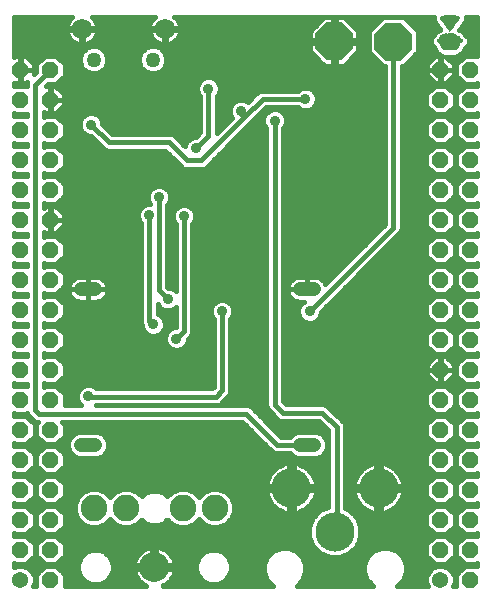
<source format=gbl>
G75*
%MOIN*%
%OFA0B0*%
%FSLAX24Y24*%
%IPPOS*%
%LPD*%
%AMOC8*
5,1,8,0,0,1.08239X$1,22.5*
%
%ADD10C,0.0540*%
%ADD11OC8,0.0540*%
%ADD12R,0.0312X0.0004*%
%ADD13R,0.0344X0.0004*%
%ADD14R,0.0368X0.0004*%
%ADD15R,0.0392X0.0004*%
%ADD16R,0.0408X0.0004*%
%ADD17R,0.0424X0.0004*%
%ADD18R,0.0432X0.0004*%
%ADD19R,0.0448X0.0004*%
%ADD20R,0.0456X0.0004*%
%ADD21R,0.0472X0.0004*%
%ADD22R,0.0480X0.0004*%
%ADD23R,0.0488X0.0004*%
%ADD24R,0.0496X0.0004*%
%ADD25R,0.0504X0.0004*%
%ADD26R,0.0512X0.0004*%
%ADD27R,0.0520X0.0004*%
%ADD28R,0.0528X0.0004*%
%ADD29R,0.0536X0.0004*%
%ADD30R,0.0536X0.0004*%
%ADD31R,0.0544X0.0004*%
%ADD32R,0.0552X0.0004*%
%ADD33R,0.0560X0.0004*%
%ADD34R,0.0560X0.0004*%
%ADD35R,0.0568X0.0004*%
%ADD36R,0.0576X0.0004*%
%ADD37R,0.0584X0.0004*%
%ADD38R,0.0592X0.0004*%
%ADD39R,0.0592X0.0004*%
%ADD40R,0.0600X0.0004*%
%ADD41R,0.0608X0.0004*%
%ADD42R,0.0608X0.0004*%
%ADD43R,0.0616X0.0004*%
%ADD44R,0.0624X0.0004*%
%ADD45R,0.0632X0.0004*%
%ADD46R,0.0632X0.0004*%
%ADD47R,0.0640X0.0004*%
%ADD48R,0.0648X0.0004*%
%ADD49R,0.0648X0.0004*%
%ADD50R,0.0656X0.0004*%
%ADD51R,0.0664X0.0004*%
%ADD52R,0.0664X0.0004*%
%ADD53R,0.0672X0.0004*%
%ADD54R,0.0680X0.0004*%
%ADD55R,0.0680X0.0004*%
%ADD56R,0.0688X0.0004*%
%ADD57R,0.0696X0.0004*%
%ADD58R,0.0700X0.0004*%
%ADD59R,0.0708X0.0004*%
%ADD60R,0.0716X0.0004*%
%ADD61R,0.0720X0.0004*%
%ADD62R,0.0720X0.0004*%
%ADD63R,0.0724X0.0004*%
%ADD64R,0.0808X0.0004*%
%ADD65R,0.0824X0.0004*%
%ADD66R,0.0832X0.0004*%
%ADD67R,0.0840X0.0004*%
%ADD68R,0.0848X0.0004*%
%ADD69R,0.0856X0.0004*%
%ADD70R,0.0860X0.0004*%
%ADD71R,0.0864X0.0004*%
%ADD72R,0.0864X0.0004*%
%ADD73R,0.0868X0.0004*%
%ADD74R,0.0872X0.0004*%
%ADD75R,0.0872X0.0004*%
%ADD76R,0.0860X0.0004*%
%ADD77R,0.0832X0.0004*%
%ADD78R,0.0824X0.0004*%
%ADD79R,0.0708X0.0004*%
%ADD80R,0.0712X0.0004*%
%ADD81R,0.0712X0.0004*%
%ADD82R,0.0700X0.0004*%
%ADD83R,0.0696X0.0004*%
%ADD84R,0.0692X0.0004*%
%ADD85R,0.0668X0.0004*%
%ADD86R,0.0660X0.0004*%
%ADD87R,0.0452X0.0004*%
%ADD88R,0.0188X0.0004*%
%ADD89R,0.0448X0.0004*%
%ADD90R,0.0440X0.0004*%
%ADD91R,0.0184X0.0004*%
%ADD92R,0.0432X0.0004*%
%ADD93R,0.0184X0.0004*%
%ADD94R,0.0424X0.0004*%
%ADD95R,0.0412X0.0004*%
%ADD96R,0.0128X0.0004*%
%ADD97R,0.0044X0.0004*%
%ADD98R,0.0400X0.0004*%
%ADD99R,0.0008X0.0004*%
%ADD100R,0.0388X0.0004*%
%ADD101R,0.0132X0.0004*%
%ADD102R,0.0360X0.0004*%
%ADD103R,0.0136X0.0004*%
%ADD104R,0.0340X0.0004*%
%ADD105R,0.0140X0.0004*%
%ADD106R,0.0328X0.0004*%
%ADD107R,0.0144X0.0004*%
%ADD108R,0.0324X0.0004*%
%ADD109R,0.0148X0.0004*%
%ADD110R,0.0320X0.0004*%
%ADD111R,0.0156X0.0004*%
%ADD112R,0.0316X0.0004*%
%ADD113R,0.0176X0.0004*%
%ADD114R,0.0080X0.0004*%
%ADD115R,0.0052X0.0004*%
%ADD116R,0.0380X0.0004*%
%ADD117R,0.0372X0.0004*%
%ADD118R,0.0356X0.0004*%
%ADD119R,0.0004X0.0004*%
%ADD120R,0.0308X0.0004*%
%ADD121R,0.0060X0.0004*%
%ADD122R,0.0240X0.0004*%
%ADD123R,0.0232X0.0004*%
%ADD124R,0.0044X0.0004*%
%ADD125R,0.0164X0.0004*%
%ADD126R,0.0056X0.0004*%
%ADD127R,0.0036X0.0004*%
%ADD128R,0.0156X0.0004*%
%ADD129R,0.0048X0.0004*%
%ADD130R,0.0024X0.0004*%
%ADD131R,0.0036X0.0004*%
%ADD132R,0.0016X0.0004*%
%ADD133R,0.0028X0.0004*%
%ADD134R,0.0012X0.0004*%
%ADD135R,0.0124X0.0004*%
%ADD136R,0.0108X0.0004*%
%ADD137R,0.0008X0.0004*%
%ADD138R,0.0092X0.0004*%
%ADD139R,0.0068X0.0004*%
%ADD140R,0.0008X0.0004*%
%ADD141R,0.0016X0.0004*%
%ADD142R,0.0024X0.0004*%
%ADD143R,0.0032X0.0004*%
%ADD144R,0.0032X0.0004*%
%ADD145R,0.0040X0.0004*%
%ADD146R,0.0056X0.0004*%
%ADD147R,0.0064X0.0004*%
%ADD148R,0.0072X0.0004*%
%ADD149R,0.0088X0.0004*%
%ADD150R,0.0096X0.0004*%
%ADD151R,0.0104X0.0004*%
%ADD152R,0.0112X0.0004*%
%ADD153R,0.0120X0.0004*%
%ADD154R,0.0124X0.0004*%
%ADD155R,0.0128X0.0004*%
%ADD156R,0.0144X0.0004*%
%ADD157R,0.0152X0.0004*%
%ADD158R,0.0152X0.0004*%
%ADD159R,0.0160X0.0004*%
%ADD160R,0.0168X0.0004*%
%ADD161R,0.0176X0.0004*%
%ADD162R,0.0184X0.0004*%
%ADD163R,0.0192X0.0004*%
%ADD164R,0.0200X0.0004*%
%ADD165R,0.0208X0.0004*%
%ADD166R,0.0216X0.0004*%
%ADD167R,0.0216X0.0004*%
%ADD168R,0.0224X0.0004*%
%ADD169R,0.0232X0.0004*%
%ADD170R,0.0240X0.0004*%
%ADD171R,0.0248X0.0004*%
%ADD172R,0.0256X0.0004*%
%ADD173R,0.0264X0.0004*%
%ADD174R,0.0272X0.0004*%
%ADD175R,0.0280X0.0004*%
%ADD176R,0.0288X0.0004*%
%ADD177R,0.0296X0.0004*%
%ADD178R,0.0304X0.0004*%
%ADD179R,0.0320X0.0004*%
%ADD180R,0.0328X0.0004*%
%ADD181R,0.0336X0.0004*%
%ADD182R,0.0336X0.0004*%
%ADD183R,0.0200X0.0004*%
%ADD184R,0.0128X0.0004*%
%ADD185R,0.0204X0.0004*%
%ADD186R,0.0216X0.0004*%
%ADD187R,0.0228X0.0004*%
%ADD188R,0.0416X0.0004*%
%ADD189R,0.0424X0.0004*%
%ADD190R,0.0428X0.0004*%
%ADD191R,0.0304X0.0004*%
%ADD192R,0.0180X0.0004*%
%ADD193R,0.0112X0.0004*%
%ADD194R,0.0176X0.0004*%
%ADD195R,0.0112X0.0004*%
%ADD196R,0.0132X0.0004*%
%ADD197R,0.0116X0.0004*%
%ADD198R,0.0332X0.0004*%
%ADD199R,0.0336X0.0004*%
%ADD200R,0.0480X0.0004*%
%ADD201R,0.0496X0.0004*%
%ADD202R,0.0512X0.0004*%
%ADD203R,0.0544X0.0004*%
%ADD204R,0.0208X0.0004*%
%ADD205R,0.0356X0.0004*%
%ADD206R,0.0208X0.0004*%
%ADD207R,0.0364X0.0004*%
%ADD208R,0.0212X0.0004*%
%ADD209R,0.0368X0.0004*%
%ADD210R,0.0220X0.0004*%
%ADD211R,0.0600X0.0004*%
%ADD212R,0.0356X0.0004*%
%ADD213R,0.0228X0.0004*%
%ADD214R,0.0236X0.0004*%
%ADD215R,0.0360X0.0004*%
%ADD216R,0.0368X0.0004*%
%ADD217R,0.0244X0.0004*%
%ADD218R,0.0252X0.0004*%
%ADD219R,0.0376X0.0004*%
%ADD220R,0.0672X0.0004*%
%ADD221R,0.0624X0.0004*%
%ADD222R,0.0596X0.0004*%
%ADD223R,0.0552X0.0004*%
%ADD224R,0.0456X0.0004*%
%ADD225R,0.0384X0.0004*%
%ADD226R,0.0352X0.0004*%
%ADD227R,0.0188X0.0004*%
%ADD228R,0.0108X0.0004*%
%ADD229C,0.1000*%
%ADD230C,0.0886*%
%ADD231C,0.1306*%
%ADD232C,0.0679*%
%ADD233C,0.0502*%
%ADD234OC8,0.1250*%
%ADD235C,0.0472*%
%ADD236C,0.0160*%
%ADD237C,0.0356*%
D10*
X004199Y003811D03*
X018199Y003811D03*
D11*
X018199Y004811D03*
X018199Y005811D03*
X018199Y006811D03*
X018199Y007811D03*
X018199Y008811D03*
X018199Y009811D03*
X018199Y010811D03*
X018199Y011811D03*
X018199Y012811D03*
X018199Y013811D03*
X018199Y014811D03*
X018199Y015811D03*
X018199Y016811D03*
X018199Y017811D03*
X018199Y018811D03*
X018199Y019811D03*
X018199Y020811D03*
X019199Y020811D03*
X019199Y019811D03*
X019199Y018811D03*
X019199Y017811D03*
X019199Y016811D03*
X019199Y015811D03*
X019199Y014811D03*
X019199Y013811D03*
X019199Y012811D03*
X019199Y011811D03*
X019199Y010811D03*
X019199Y009811D03*
X019199Y008811D03*
X019199Y007811D03*
X019199Y006811D03*
X019199Y005811D03*
X019199Y004811D03*
X019199Y003811D03*
X005199Y003811D03*
X005199Y004811D03*
X005199Y005811D03*
X005199Y006811D03*
X005199Y007811D03*
X005199Y008811D03*
X005199Y009811D03*
X005199Y010811D03*
X005199Y011811D03*
X005199Y012811D03*
X005199Y013811D03*
X005199Y014811D03*
X005199Y015811D03*
X005199Y016811D03*
X005199Y017811D03*
X005199Y018811D03*
X005199Y019811D03*
X005199Y020811D03*
X004199Y020811D03*
X004199Y019811D03*
X004199Y018811D03*
X004199Y017811D03*
X004199Y016811D03*
X004199Y015811D03*
X004199Y014811D03*
X004199Y013811D03*
X004199Y012811D03*
X004199Y011811D03*
X004199Y010811D03*
X004199Y009811D03*
X004199Y008811D03*
X004199Y007811D03*
X004199Y006811D03*
X004199Y005811D03*
X004199Y004811D03*
D12*
X018509Y021458D03*
X018505Y021970D03*
X018509Y022270D03*
X018509Y022274D03*
D13*
X018509Y021462D03*
D14*
X018509Y021466D03*
D15*
X018509Y021470D03*
X018533Y021954D03*
D16*
X018509Y022334D03*
X018509Y022338D03*
X018509Y022594D03*
X018509Y021474D03*
D17*
X018509Y021478D03*
D18*
X018509Y021482D03*
X018509Y022354D03*
X018509Y022590D03*
D19*
X018509Y021486D03*
D20*
X018509Y021490D03*
D21*
X018509Y021494D03*
D22*
X018509Y021498D03*
X018509Y022582D03*
D23*
X018509Y022390D03*
X018509Y021502D03*
D24*
X018509Y021506D03*
D25*
X018509Y021510D03*
X018509Y022402D03*
D26*
X018509Y022574D03*
X018509Y021514D03*
D27*
X018509Y021518D03*
X018509Y022410D03*
X018509Y022414D03*
D28*
X018509Y022418D03*
X018509Y021522D03*
D29*
X018509Y021526D03*
D30*
X018509Y021530D03*
X018509Y022422D03*
X018509Y022570D03*
D31*
X018509Y022430D03*
X018509Y021534D03*
D32*
X018509Y021538D03*
X018509Y022434D03*
D33*
X018509Y022438D03*
X018509Y021542D03*
D34*
X018509Y021546D03*
D35*
X018509Y021550D03*
X018509Y022442D03*
X018509Y022562D03*
D36*
X018509Y021558D03*
X018509Y021554D03*
D37*
X018509Y021562D03*
X018509Y022558D03*
D38*
X018509Y021566D03*
D39*
X018509Y021570D03*
D40*
X018509Y021574D03*
X018509Y021578D03*
D41*
X018509Y021582D03*
X018509Y022550D03*
D42*
X018509Y021586D03*
D43*
X018509Y021590D03*
X018509Y021594D03*
D44*
X018509Y021598D03*
X018509Y021602D03*
D45*
X018509Y021606D03*
D46*
X018509Y021610D03*
X018509Y022542D03*
D47*
X018509Y021618D03*
X018509Y021614D03*
D48*
X018509Y021622D03*
X018509Y021630D03*
X018509Y022538D03*
D49*
X018509Y021626D03*
D50*
X018509Y021634D03*
X018509Y021638D03*
X018509Y022502D03*
X018509Y022534D03*
D51*
X018509Y022530D03*
X018509Y022510D03*
X018509Y021642D03*
D52*
X018509Y021646D03*
X018509Y022506D03*
D53*
X018509Y022514D03*
X018505Y021882D03*
X018509Y021658D03*
X018509Y021654D03*
X018509Y021650D03*
D54*
X018509Y021662D03*
X018509Y021878D03*
X018509Y022518D03*
X018509Y022522D03*
D55*
X018509Y021666D03*
D56*
X018509Y021670D03*
X018509Y021674D03*
X018509Y021874D03*
D57*
X018509Y021682D03*
X018509Y021678D03*
D58*
X018507Y021686D03*
D59*
X018507Y021690D03*
X018507Y021694D03*
D60*
X018507Y021698D03*
X018507Y021702D03*
D61*
X018509Y021706D03*
D62*
X018509Y021710D03*
D63*
X018511Y021714D03*
D64*
X018509Y021718D03*
X018509Y021810D03*
D65*
X018509Y021722D03*
D66*
X018509Y021726D03*
D67*
X018509Y021730D03*
X018509Y021798D03*
D68*
X018509Y021794D03*
X018509Y021734D03*
D69*
X018509Y021738D03*
X018509Y021790D03*
D70*
X018511Y021742D03*
D71*
X018509Y021746D03*
D72*
X018509Y021750D03*
X018509Y021778D03*
X018509Y021782D03*
D73*
X018511Y021774D03*
X018511Y021758D03*
X018511Y021754D03*
D74*
X018509Y021762D03*
X018509Y021770D03*
D75*
X018509Y021766D03*
D76*
X018511Y021786D03*
D77*
X018509Y021802D03*
D78*
X018509Y021806D03*
D79*
X018519Y021842D03*
X018515Y021854D03*
D80*
X018517Y021846D03*
D81*
X018517Y021850D03*
D82*
X018515Y021858D03*
X018515Y021862D03*
D83*
X018513Y021866D03*
D84*
X018511Y021870D03*
D85*
X018503Y021886D03*
D86*
X018503Y021890D03*
X018503Y021894D03*
D87*
X018403Y021898D03*
D88*
X018735Y021914D03*
X018739Y021902D03*
X018739Y021898D03*
D89*
X018401Y021902D03*
D90*
X018401Y021906D03*
D91*
X018737Y021906D03*
D92*
X018401Y021910D03*
D93*
X018737Y021910D03*
D94*
X018397Y021914D03*
D95*
X018395Y021918D03*
D96*
X018617Y022294D03*
X018621Y022298D03*
X018697Y021922D03*
X018701Y021918D03*
D97*
X018807Y021918D03*
D98*
X018509Y022330D03*
X018393Y021922D03*
D99*
X018509Y022070D03*
X018825Y021922D03*
D100*
X018391Y021926D03*
D101*
X018347Y022366D03*
X018691Y021926D03*
D102*
X018381Y021930D03*
X018397Y022454D03*
D103*
X018509Y022154D03*
X018509Y021998D03*
X018689Y021930D03*
X018629Y022314D03*
D104*
X018375Y021934D03*
D105*
X018683Y021934D03*
X018631Y022318D03*
D106*
X018441Y022374D03*
X018377Y021938D03*
D107*
X018677Y021938D03*
D108*
X018379Y021942D03*
D109*
X018507Y021994D03*
X018671Y021942D03*
D110*
X018385Y021946D03*
X018509Y022606D03*
D111*
X018627Y022326D03*
X018663Y021946D03*
D112*
X018391Y021950D03*
D113*
X018645Y021950D03*
D114*
X018509Y022114D03*
X018509Y022118D03*
X018281Y021954D03*
D115*
X018283Y021958D03*
X018383Y021982D03*
D116*
X018531Y021958D03*
D117*
X018527Y021962D03*
D118*
X018523Y021966D03*
X018403Y022446D03*
D119*
X018675Y021970D03*
D120*
X018503Y021974D03*
D121*
X018383Y021978D03*
D122*
X018537Y021978D03*
X018509Y022222D03*
X018309Y022490D03*
X018509Y022614D03*
D123*
X018321Y022470D03*
X018317Y022474D03*
X018537Y021982D03*
D124*
X018379Y021986D03*
D125*
X018507Y021986D03*
D126*
X018621Y021986D03*
D127*
X018379Y021990D03*
D128*
X018507Y021990D03*
D129*
X018509Y022094D03*
X018625Y021990D03*
D130*
X018377Y021994D03*
D131*
X018507Y022018D03*
X018627Y021994D03*
D132*
X018633Y022002D03*
X018377Y021998D03*
D133*
X018631Y021998D03*
D134*
X018375Y022002D03*
D135*
X018507Y022002D03*
X018351Y022358D03*
X018683Y022382D03*
D136*
X018507Y022006D03*
D137*
X018637Y022006D03*
D138*
X018507Y022010D03*
D139*
X018507Y022014D03*
D140*
X018509Y022066D03*
D141*
X018509Y022074D03*
D142*
X018509Y022078D03*
D143*
X018509Y022082D03*
D144*
X018509Y022086D03*
D145*
X018509Y022090D03*
D146*
X018509Y022098D03*
X018509Y022102D03*
D147*
X018509Y022106D03*
D148*
X018509Y022110D03*
D149*
X018509Y022122D03*
D150*
X018509Y022126D03*
D151*
X018509Y022130D03*
X018509Y022134D03*
D152*
X018509Y022138D03*
D153*
X018509Y022142D03*
X018685Y022378D03*
D154*
X018507Y022146D03*
D155*
X018509Y022150D03*
X018625Y022302D03*
X018629Y022310D03*
X018349Y022362D03*
D156*
X018509Y022158D03*
X018629Y022322D03*
D157*
X018509Y022162D03*
D158*
X018509Y022166D03*
D159*
X018509Y022170D03*
D160*
X018509Y022174D03*
X018509Y022178D03*
D161*
X018509Y022182D03*
D162*
X018509Y022186D03*
D163*
X018509Y022190D03*
X018509Y022194D03*
D164*
X018509Y022198D03*
X018437Y022294D03*
X018433Y022298D03*
X018429Y022302D03*
D165*
X018425Y022314D03*
X018509Y022202D03*
D166*
X018509Y022206D03*
D167*
X018509Y022210D03*
D168*
X018509Y022214D03*
D169*
X018509Y022218D03*
X018313Y022482D03*
D170*
X018509Y022226D03*
D171*
X018509Y022230D03*
D172*
X018509Y022234D03*
D173*
X018509Y022238D03*
X018509Y022242D03*
D174*
X018509Y022246D03*
D175*
X018509Y022250D03*
X018509Y022610D03*
D176*
X018509Y022258D03*
X018509Y022254D03*
D177*
X018509Y022262D03*
D178*
X018509Y022266D03*
D179*
X018509Y022278D03*
D180*
X018509Y022282D03*
D181*
X018509Y022286D03*
D182*
X018509Y022290D03*
D183*
X018429Y022306D03*
D184*
X018625Y022306D03*
D185*
X018695Y022450D03*
X018427Y022310D03*
D186*
X018425Y022318D03*
X018425Y022322D03*
D187*
X018427Y022326D03*
D188*
X018509Y022342D03*
D189*
X018509Y022346D03*
D190*
X018511Y022350D03*
D191*
X018577Y022358D03*
D192*
X018519Y022362D03*
X018515Y022370D03*
D193*
X018677Y022362D03*
X018681Y022370D03*
D194*
X018517Y022366D03*
D195*
X018681Y022366D03*
D196*
X018347Y022370D03*
D197*
X018683Y022374D03*
D198*
X018439Y022378D03*
D199*
X018441Y022382D03*
D200*
X018509Y022386D03*
D201*
X018509Y022394D03*
X018509Y022398D03*
X018509Y022578D03*
D202*
X018509Y022406D03*
D203*
X018509Y022426D03*
D204*
X018689Y022446D03*
D205*
X018639Y022474D03*
X018639Y022478D03*
X018399Y022450D03*
D206*
X018697Y022454D03*
D207*
X018395Y022458D03*
D208*
X018699Y022458D03*
D209*
X018397Y022462D03*
D210*
X018695Y022462D03*
D211*
X018509Y022466D03*
D212*
X018635Y022470D03*
X018643Y022482D03*
D213*
X018315Y022478D03*
D214*
X018311Y022486D03*
D215*
X018645Y022486D03*
D216*
X018645Y022490D03*
X018645Y022494D03*
D217*
X018311Y022494D03*
D218*
X018311Y022498D03*
D219*
X018645Y022498D03*
D220*
X018509Y022526D03*
D221*
X018509Y022546D03*
D222*
X018511Y022554D03*
D223*
X018509Y022566D03*
D224*
X018509Y022586D03*
D225*
X018509Y022598D03*
D226*
X018509Y022602D03*
D227*
X018507Y022618D03*
D228*
X018511Y022622D03*
D229*
X008663Y004239D03*
D230*
X009608Y006207D03*
X010671Y006207D03*
X007718Y006207D03*
X006655Y006207D03*
D231*
X013222Y006872D03*
X014679Y005416D03*
X016135Y006872D03*
D232*
X009007Y022176D03*
X006251Y022176D03*
D233*
X006644Y021142D03*
X008613Y021142D03*
D234*
X014660Y021760D03*
X016629Y021756D03*
D235*
X013990Y013506D02*
X013517Y013506D01*
X013517Y008306D02*
X013990Y008306D01*
X006690Y008306D02*
X006217Y008306D01*
X006217Y013506D02*
X006690Y013506D01*
D236*
X003989Y004357D02*
X003989Y004232D01*
X004106Y004281D01*
X004293Y004281D01*
X004466Y004209D01*
X004598Y004077D01*
X004669Y003904D01*
X004669Y003717D01*
X004627Y003616D01*
X004730Y003616D01*
X004729Y003616D01*
X004729Y004005D01*
X005005Y004281D01*
X005394Y004281D01*
X005669Y004005D01*
X005669Y003616D01*
X005669Y003616D01*
X008390Y003616D01*
X008362Y003627D01*
X008284Y003672D01*
X008214Y003726D01*
X008151Y003789D01*
X008096Y003860D01*
X008052Y003937D01*
X008018Y004020D01*
X007995Y004106D01*
X007986Y004171D01*
X008595Y004171D01*
X008595Y004306D01*
X007986Y004306D01*
X007995Y004372D01*
X008018Y004458D01*
X008052Y004540D01*
X008096Y004617D01*
X008151Y004688D01*
X008214Y004751D01*
X008284Y004805D01*
X008362Y004850D01*
X008444Y004884D01*
X008530Y004907D01*
X008595Y004916D01*
X008595Y004306D01*
X008731Y004306D01*
X009340Y004306D01*
X009331Y004372D01*
X009308Y004458D01*
X009274Y004540D01*
X009230Y004617D01*
X009175Y004688D01*
X009112Y004751D01*
X009042Y004805D01*
X008964Y004850D01*
X008882Y004884D01*
X008796Y004907D01*
X008731Y004916D01*
X008731Y004306D01*
X008731Y004171D01*
X009340Y004171D01*
X009331Y004106D01*
X009308Y004020D01*
X009274Y003937D01*
X009230Y003860D01*
X009175Y003789D01*
X009112Y003726D01*
X009042Y003672D01*
X008964Y003627D01*
X008936Y003616D01*
X012604Y003616D01*
X012418Y003802D01*
X012312Y004057D01*
X012312Y004333D01*
X012418Y004588D01*
X012613Y004783D01*
X012867Y004889D01*
X013143Y004889D01*
X013398Y004783D01*
X013593Y004588D01*
X013699Y004333D01*
X013699Y004057D01*
X013593Y003802D01*
X013406Y003616D01*
X015951Y003616D01*
X015764Y003802D01*
X015658Y004057D01*
X015658Y004333D01*
X015764Y004588D01*
X015959Y004783D01*
X016214Y004889D01*
X016490Y004889D01*
X016745Y004783D01*
X016940Y004588D01*
X017045Y004333D01*
X017045Y004057D01*
X016940Y003802D01*
X016753Y003616D01*
X017772Y003616D01*
X017729Y003717D01*
X017729Y003904D01*
X017801Y004077D01*
X017933Y004209D01*
X018106Y004281D01*
X018293Y004281D01*
X018466Y004209D01*
X018598Y004077D01*
X018669Y003904D01*
X018669Y003717D01*
X018627Y003616D01*
X018730Y003616D01*
X018729Y003616D01*
X018729Y004005D01*
X019005Y004281D01*
X019394Y004281D01*
X019410Y004265D01*
X019410Y004357D01*
X019394Y004341D01*
X019005Y004341D01*
X018729Y004616D01*
X018729Y005005D01*
X019005Y005281D01*
X019394Y005281D01*
X019410Y005265D01*
X019410Y005357D01*
X019394Y005341D01*
X019005Y005341D01*
X018729Y005616D01*
X018729Y006005D01*
X019005Y006281D01*
X019394Y006281D01*
X019410Y006265D01*
X019410Y006357D01*
X019394Y006341D01*
X019005Y006341D01*
X018729Y006616D01*
X018729Y007005D01*
X019005Y007281D01*
X019394Y007281D01*
X019410Y007265D01*
X019410Y007357D01*
X019394Y007341D01*
X019005Y007341D01*
X018729Y007616D01*
X018729Y008005D01*
X019005Y008281D01*
X019394Y008281D01*
X019410Y008265D01*
X019410Y008357D01*
X019394Y008341D01*
X019005Y008341D01*
X018729Y008616D01*
X018729Y009005D01*
X019005Y009281D01*
X019394Y009281D01*
X019410Y009265D01*
X019410Y009357D01*
X019394Y009341D01*
X019005Y009341D01*
X018729Y009616D01*
X018729Y010005D01*
X019005Y010281D01*
X019394Y010281D01*
X019410Y010265D01*
X019410Y010357D01*
X019394Y010341D01*
X019005Y010341D01*
X018729Y010616D01*
X018729Y011005D01*
X019005Y011281D01*
X019394Y011281D01*
X019410Y011265D01*
X019410Y011357D01*
X019394Y011341D01*
X019005Y011341D01*
X018729Y011616D01*
X018729Y012005D01*
X019005Y012281D01*
X019394Y012281D01*
X019410Y012265D01*
X019410Y012357D01*
X019394Y012341D01*
X019005Y012341D01*
X018729Y012616D01*
X018729Y013005D01*
X019005Y013281D01*
X019394Y013281D01*
X019410Y013265D01*
X019410Y013357D01*
X019394Y013341D01*
X019005Y013341D01*
X018729Y013616D01*
X018729Y014005D01*
X019005Y014281D01*
X019394Y014281D01*
X019410Y014265D01*
X019410Y014357D01*
X019394Y014341D01*
X019005Y014341D01*
X018729Y014616D01*
X018729Y015005D01*
X019005Y015281D01*
X019394Y015281D01*
X019410Y015265D01*
X019410Y015357D01*
X019394Y015341D01*
X019005Y015341D01*
X018729Y015616D01*
X018729Y016005D01*
X019005Y016281D01*
X019394Y016281D01*
X019410Y016265D01*
X019410Y016357D01*
X019394Y016341D01*
X019005Y016341D01*
X018729Y016616D01*
X018729Y017005D01*
X019005Y017281D01*
X019394Y017281D01*
X019410Y017265D01*
X019410Y017357D01*
X019394Y017341D01*
X019005Y017341D01*
X018729Y017616D01*
X018729Y018005D01*
X019005Y018281D01*
X019394Y018281D01*
X019410Y018265D01*
X019410Y018357D01*
X019394Y018341D01*
X019005Y018341D01*
X018729Y018616D01*
X018729Y019005D01*
X019005Y019281D01*
X019394Y019281D01*
X019410Y019265D01*
X019410Y019357D01*
X019394Y019341D01*
X019005Y019341D01*
X018729Y019616D01*
X018729Y020005D01*
X019005Y020281D01*
X019394Y020281D01*
X019410Y020265D01*
X019410Y020357D01*
X019394Y020341D01*
X019005Y020341D01*
X018729Y020616D01*
X018729Y021005D01*
X019005Y021281D01*
X019394Y021281D01*
X019410Y021265D01*
X019410Y022581D01*
X019049Y022581D01*
X019049Y022433D01*
X019041Y022425D01*
X019041Y022421D01*
X019029Y022409D01*
X019029Y022405D01*
X019025Y022401D01*
X019025Y022401D01*
X019017Y022393D01*
X019017Y022389D01*
X019009Y022381D01*
X019009Y022381D01*
X019005Y022377D01*
X019005Y022373D01*
X018993Y022361D01*
X018993Y022357D01*
X018981Y022345D01*
X018981Y022341D01*
X018969Y022329D01*
X018969Y022325D01*
X018965Y022321D01*
X018965Y022321D01*
X018957Y022313D01*
X018957Y022309D01*
X018949Y022301D01*
X018949Y022301D01*
X018945Y022297D01*
X018945Y022293D01*
X018937Y022285D01*
X018937Y022281D01*
X018925Y022269D01*
X018925Y022269D01*
X018925Y022269D01*
X018925Y022265D01*
X018921Y022261D01*
X018921Y022261D01*
X018913Y022253D01*
X018913Y022249D01*
X018901Y022237D01*
X018901Y022233D01*
X018889Y022221D01*
X018889Y022217D01*
X018877Y022205D01*
X018877Y022201D01*
X018865Y022189D01*
X018865Y022185D01*
X018861Y022181D01*
X018861Y022181D01*
X018853Y022173D01*
X018853Y022169D01*
X018845Y022161D01*
X018845Y022161D01*
X018841Y022157D01*
X018841Y022153D01*
X018829Y022142D01*
X018847Y022124D01*
X018911Y022124D01*
X019029Y022006D01*
X019029Y021990D01*
X019033Y021986D01*
X019033Y021978D01*
X019141Y021870D01*
X019141Y021862D01*
X019145Y021858D01*
X019145Y021854D01*
X019145Y021854D01*
X019145Y021677D01*
X019145Y021677D01*
X019145Y021669D01*
X019141Y021665D01*
X019141Y021657D01*
X019041Y021557D01*
X019041Y021557D01*
X019037Y021553D01*
X019037Y021549D01*
X019033Y021545D01*
X019033Y021537D01*
X019029Y021533D01*
X019029Y021529D01*
X019025Y021525D01*
X019025Y021521D01*
X019021Y021517D01*
X019021Y021513D01*
X019017Y021509D01*
X019017Y021505D01*
X019013Y021501D01*
X019013Y021497D01*
X019009Y021493D01*
X019009Y021489D01*
X019005Y021485D01*
X019005Y021481D01*
X018997Y021473D01*
X018997Y021469D01*
X018989Y021461D01*
X018989Y021457D01*
X018977Y021445D01*
X018977Y021441D01*
X018957Y021421D01*
X018957Y021421D01*
X018839Y021304D01*
X018835Y021300D01*
X018831Y021296D01*
X018827Y021292D01*
X018823Y021292D01*
X018815Y021284D01*
X018811Y021284D01*
X018807Y021280D01*
X018803Y021276D01*
X018799Y021276D01*
X018795Y021272D01*
X018791Y021272D01*
X018787Y021268D01*
X018779Y021268D01*
X018775Y021264D01*
X018767Y021264D01*
X018763Y021260D01*
X018751Y021260D01*
X018747Y021256D01*
X018391Y021256D01*
X018649Y020997D01*
X018649Y020821D01*
X018209Y020821D01*
X018189Y020821D01*
X018189Y020801D01*
X017749Y020801D01*
X017749Y020624D01*
X018013Y020361D01*
X018189Y020361D01*
X018189Y020801D01*
X018209Y020801D01*
X018209Y020361D01*
X018386Y020361D01*
X018649Y020624D01*
X018649Y020801D01*
X018209Y020801D01*
X018209Y020821D01*
X018209Y021261D01*
X018253Y021261D01*
X018250Y021264D01*
X018242Y021264D01*
X018238Y021268D01*
X018230Y021268D01*
X018226Y021272D01*
X018222Y021272D01*
X018218Y021276D01*
X018214Y021276D01*
X018210Y021280D01*
X018206Y021284D01*
X018202Y021284D01*
X018194Y021292D01*
X018190Y021292D01*
X018186Y021296D01*
X018182Y021300D01*
X018178Y021304D01*
X018061Y021421D01*
X018061Y021421D01*
X018041Y021441D01*
X018041Y021445D01*
X018029Y021457D01*
X018029Y021461D01*
X018021Y021469D01*
X018021Y021473D01*
X018013Y021481D01*
X018013Y021485D01*
X018009Y021489D01*
X018009Y021493D01*
X018005Y021497D01*
X018005Y021501D01*
X018001Y021505D01*
X018001Y021509D01*
X017997Y021513D01*
X017997Y021517D01*
X017993Y021521D01*
X017993Y021525D01*
X017989Y021529D01*
X017989Y021533D01*
X017985Y021537D01*
X017985Y021545D01*
X017981Y021549D01*
X017981Y021553D01*
X017977Y021557D01*
X017977Y021557D01*
X017893Y021641D01*
X017893Y021641D01*
X017881Y021653D01*
X017881Y021657D01*
X017877Y021661D01*
X017877Y021673D01*
X017873Y021677D01*
X017873Y021854D01*
X017877Y021858D01*
X017877Y021866D01*
X017881Y021870D01*
X017881Y021874D01*
X017885Y021878D01*
X017897Y021890D01*
X017897Y021890D01*
X017969Y021962D01*
X017969Y021970D01*
X017973Y021974D01*
X017973Y021978D01*
X017977Y021982D01*
X017977Y021986D01*
X017981Y021990D01*
X017981Y021990D01*
X017985Y021994D01*
X017985Y021998D01*
X017989Y022002D01*
X017993Y022006D01*
X017997Y022010D01*
X017997Y022010D01*
X018114Y022128D01*
X018114Y022128D01*
X018122Y022136D01*
X018126Y022136D01*
X018134Y022144D01*
X018138Y022144D01*
X018142Y022148D01*
X018146Y022148D01*
X018150Y022152D01*
X018154Y022152D01*
X018158Y022156D01*
X018170Y022156D01*
X018174Y022160D01*
X018174Y022160D01*
X018173Y022161D01*
X018173Y022161D01*
X018165Y022169D01*
X018165Y022173D01*
X018157Y022181D01*
X018157Y022181D01*
X018153Y022185D01*
X018153Y022189D01*
X018141Y022201D01*
X018141Y022205D01*
X018129Y022217D01*
X018129Y022221D01*
X018117Y022233D01*
X018117Y022237D01*
X018113Y022241D01*
X018113Y022241D01*
X018105Y022249D01*
X018105Y022253D01*
X018097Y022261D01*
X018097Y022265D01*
X018081Y022281D01*
X018081Y022285D01*
X018073Y022293D01*
X018073Y022297D01*
X018069Y022301D01*
X018069Y022301D01*
X018061Y022309D01*
X018061Y022313D01*
X018053Y022321D01*
X018053Y022321D01*
X018049Y022325D01*
X018049Y022329D01*
X018037Y022341D01*
X018037Y022345D01*
X018025Y022357D01*
X018025Y022361D01*
X018013Y022373D01*
X018013Y022377D01*
X018009Y022381D01*
X018009Y022381D01*
X018001Y022389D01*
X018001Y022393D01*
X017993Y022401D01*
X017993Y022401D01*
X017989Y022405D01*
X017989Y022409D01*
X017977Y022421D01*
X017977Y022425D01*
X017969Y022433D01*
X017969Y022581D01*
X009333Y022581D01*
X009345Y022572D01*
X009403Y022514D01*
X009451Y022448D01*
X009488Y022375D01*
X009513Y022297D01*
X009526Y022216D01*
X009526Y022209D01*
X009040Y022209D01*
X009040Y022142D01*
X009040Y021656D01*
X009047Y021656D01*
X009128Y021669D01*
X009206Y021694D01*
X009279Y021731D01*
X009345Y021779D01*
X009403Y021837D01*
X009451Y021903D01*
X009488Y021976D01*
X009513Y022054D01*
X009526Y022135D01*
X009526Y022142D01*
X009040Y022142D01*
X008973Y022142D01*
X008973Y021656D01*
X008966Y021656D01*
X008885Y021669D01*
X008807Y021694D01*
X008734Y021731D01*
X008668Y021779D01*
X008610Y021837D01*
X008562Y021903D01*
X008525Y021976D01*
X008500Y022054D01*
X008487Y022135D01*
X008487Y022142D01*
X008973Y022142D01*
X008973Y022209D01*
X008487Y022209D01*
X008487Y022216D01*
X008500Y022297D01*
X008525Y022375D01*
X008562Y022448D01*
X008610Y022514D01*
X008668Y022572D01*
X008680Y022581D01*
X006577Y022581D01*
X006589Y022572D01*
X006647Y022514D01*
X006695Y022448D01*
X006732Y022375D01*
X006757Y022297D01*
X006770Y022216D01*
X006770Y022209D01*
X006284Y022209D01*
X006284Y022142D01*
X006284Y021656D01*
X006292Y021656D01*
X006372Y021669D01*
X006450Y021694D01*
X006523Y021731D01*
X006589Y021779D01*
X006647Y021837D01*
X006695Y021903D01*
X006732Y021976D01*
X006757Y022054D01*
X006770Y022135D01*
X006770Y022142D01*
X006284Y022142D01*
X006217Y022142D01*
X006217Y021656D01*
X006210Y021656D01*
X006129Y021669D01*
X006051Y021694D01*
X005978Y021731D01*
X005912Y021779D01*
X005854Y021837D01*
X005806Y021903D01*
X005769Y021976D01*
X005744Y022054D01*
X005731Y022135D01*
X005731Y022142D01*
X006217Y022142D01*
X006217Y022209D01*
X005731Y022209D01*
X005731Y022216D01*
X005744Y022297D01*
X005769Y022375D01*
X005806Y022448D01*
X005854Y022514D01*
X005912Y022572D01*
X005924Y022581D01*
X003989Y022581D01*
X003989Y021236D01*
X004013Y021261D01*
X004189Y021261D01*
X004189Y020821D01*
X004209Y020821D01*
X004209Y021261D01*
X004386Y021261D01*
X004649Y020997D01*
X004649Y020821D01*
X004209Y020821D01*
X004209Y020801D01*
X004209Y020361D01*
X004386Y020361D01*
X004428Y020403D01*
X004409Y020356D01*
X004409Y020266D01*
X004394Y020281D01*
X004005Y020281D01*
X003989Y020265D01*
X003989Y020385D01*
X004013Y020361D01*
X004189Y020361D01*
X004189Y020801D01*
X004209Y020801D01*
X004649Y020801D01*
X004649Y020657D01*
X004729Y020737D01*
X004729Y021005D01*
X005005Y021281D01*
X005394Y021281D01*
X005669Y021005D01*
X005669Y020616D01*
X005394Y020341D01*
X005125Y020341D01*
X005045Y020261D01*
X005189Y020261D01*
X005189Y019821D01*
X005209Y019821D01*
X005209Y020261D01*
X005386Y020261D01*
X005649Y019997D01*
X005649Y019821D01*
X005209Y019821D01*
X005209Y019801D01*
X005209Y019361D01*
X005386Y019361D01*
X005649Y019624D01*
X005649Y019801D01*
X005209Y019801D01*
X005189Y019801D01*
X005189Y019361D01*
X005013Y019361D01*
X004969Y019405D01*
X004969Y019245D01*
X005005Y019281D01*
X005394Y019281D01*
X005669Y019005D01*
X005669Y018616D01*
X005394Y018341D01*
X005005Y018341D01*
X004969Y018377D01*
X004969Y018245D01*
X005005Y018281D01*
X005394Y018281D01*
X005669Y018005D01*
X005669Y017616D01*
X005394Y017341D01*
X005005Y017341D01*
X004969Y017377D01*
X004969Y017245D01*
X005005Y017281D01*
X005394Y017281D01*
X005669Y017005D01*
X005669Y016616D01*
X005394Y016341D01*
X005005Y016341D01*
X004969Y016377D01*
X004969Y016216D01*
X005013Y016261D01*
X005189Y016261D01*
X005189Y015821D01*
X005209Y015821D01*
X005209Y016261D01*
X005386Y016261D01*
X005649Y015997D01*
X005649Y015821D01*
X005209Y015821D01*
X005209Y015801D01*
X005209Y015361D01*
X005386Y015361D01*
X005649Y015624D01*
X005649Y015801D01*
X005209Y015801D01*
X005189Y015801D01*
X005189Y015361D01*
X005013Y015361D01*
X004969Y015405D01*
X004969Y015245D01*
X005005Y015281D01*
X005394Y015281D01*
X005669Y015005D01*
X005669Y014616D01*
X005394Y014341D01*
X005005Y014341D01*
X004969Y014377D01*
X004969Y014245D01*
X005005Y014281D01*
X005394Y014281D01*
X005669Y014005D01*
X005669Y013616D01*
X005394Y013341D01*
X005005Y013341D01*
X004969Y013377D01*
X004969Y013245D01*
X005005Y013281D01*
X005394Y013281D01*
X005669Y013005D01*
X005669Y012616D01*
X005394Y012341D01*
X005005Y012341D01*
X004969Y012377D01*
X004969Y012245D01*
X005005Y012281D01*
X005394Y012281D01*
X005669Y012005D01*
X005669Y011616D01*
X005394Y011341D01*
X005005Y011341D01*
X004969Y011377D01*
X004969Y011245D01*
X005005Y011281D01*
X005394Y011281D01*
X005669Y011005D01*
X005669Y010616D01*
X005394Y010341D01*
X005005Y010341D01*
X004969Y010377D01*
X004969Y010245D01*
X005005Y010281D01*
X005394Y010281D01*
X005669Y010005D01*
X005669Y009636D01*
X006219Y009636D01*
X006143Y009711D01*
X006085Y009850D01*
X006085Y010001D01*
X006143Y010140D01*
X006249Y010246D01*
X006388Y010304D01*
X006539Y010304D01*
X006678Y010246D01*
X006723Y010201D01*
X010598Y010201D01*
X010639Y010242D01*
X010639Y012511D01*
X010598Y012551D01*
X010540Y012690D01*
X010540Y012841D01*
X010598Y012980D01*
X010704Y013086D01*
X010843Y013144D01*
X010994Y013144D01*
X011133Y013086D01*
X011239Y012980D01*
X011297Y012841D01*
X011297Y012690D01*
X011239Y012551D01*
X011199Y012511D01*
X011199Y010070D01*
X011156Y009967D01*
X010951Y009762D01*
X010872Y009683D01*
X010769Y009641D01*
X006713Y009641D01*
X006708Y009636D01*
X011769Y009636D01*
X011872Y009593D01*
X012880Y008586D01*
X013180Y008586D01*
X013270Y008675D01*
X013431Y008742D01*
X014077Y008742D01*
X014237Y008675D01*
X014360Y008553D01*
X014426Y008392D01*
X014426Y008219D01*
X014360Y008058D01*
X014237Y007936D01*
X014077Y007869D01*
X013431Y007869D01*
X013270Y007936D01*
X013180Y008026D01*
X012708Y008026D01*
X012605Y008068D01*
X012526Y008147D01*
X011598Y009076D01*
X005599Y009076D01*
X005669Y009005D01*
X005669Y008616D01*
X005394Y008341D01*
X005005Y008341D01*
X004729Y008616D01*
X004729Y009005D01*
X004800Y009076D01*
X004748Y009076D01*
X004645Y009118D01*
X004566Y009197D01*
X004451Y009312D01*
X004426Y009373D01*
X004394Y009341D01*
X004005Y009341D01*
X003989Y009357D01*
X003989Y009265D01*
X004005Y009281D01*
X004394Y009281D01*
X004669Y009005D01*
X004669Y008616D01*
X004394Y008341D01*
X004005Y008341D01*
X003989Y008357D01*
X003989Y008265D01*
X004005Y008281D01*
X004394Y008281D01*
X004669Y008005D01*
X004669Y007616D01*
X004394Y007341D01*
X004005Y007341D01*
X003989Y007357D01*
X003989Y007265D01*
X004005Y007281D01*
X004394Y007281D01*
X004669Y007005D01*
X004669Y006616D01*
X004394Y006341D01*
X004005Y006341D01*
X003989Y006357D01*
X003989Y006265D01*
X004005Y006281D01*
X004394Y006281D01*
X004669Y006005D01*
X004669Y005616D01*
X004394Y005341D01*
X004005Y005341D01*
X003989Y005357D01*
X003989Y005265D01*
X004005Y005281D01*
X004394Y005281D01*
X004669Y005005D01*
X004669Y004616D01*
X004394Y004341D01*
X004005Y004341D01*
X003989Y004357D01*
X004419Y004365D02*
X004980Y004365D01*
X005005Y004341D02*
X005394Y004341D01*
X005669Y004616D01*
X005669Y005005D01*
X005394Y005281D01*
X005005Y005281D01*
X004729Y005005D01*
X004729Y004616D01*
X005005Y004341D01*
X004931Y004207D02*
X004468Y004207D01*
X004610Y004048D02*
X004772Y004048D01*
X004729Y003890D02*
X004669Y003890D01*
X004669Y003731D02*
X004729Y003731D01*
X004822Y004524D02*
X004577Y004524D01*
X004669Y004682D02*
X004729Y004682D01*
X004729Y004841D02*
X004669Y004841D01*
X004669Y004999D02*
X004729Y004999D01*
X004882Y005158D02*
X004517Y005158D01*
X004528Y005475D02*
X004871Y005475D01*
X005005Y005341D02*
X005394Y005341D01*
X005669Y005616D01*
X005669Y006005D01*
X005394Y006281D01*
X005005Y006281D01*
X004729Y006005D01*
X004729Y005616D01*
X005005Y005341D01*
X004729Y005633D02*
X004669Y005633D01*
X004669Y005792D02*
X004729Y005792D01*
X004729Y005950D02*
X004669Y005950D01*
X004566Y006109D02*
X004833Y006109D01*
X004991Y006267D02*
X004408Y006267D01*
X004479Y006426D02*
X004920Y006426D01*
X005005Y006341D02*
X005394Y006341D01*
X005669Y006616D01*
X005669Y007005D01*
X005394Y007281D01*
X005005Y007281D01*
X004729Y007005D01*
X004729Y006616D01*
X005005Y006341D01*
X004761Y006584D02*
X004638Y006584D01*
X004669Y006743D02*
X004729Y006743D01*
X004729Y006901D02*
X004669Y006901D01*
X004615Y007060D02*
X004784Y007060D01*
X004942Y007218D02*
X004457Y007218D01*
X004430Y007377D02*
X004969Y007377D01*
X005005Y007341D02*
X005394Y007341D01*
X005669Y007616D01*
X005669Y008005D01*
X005394Y008281D01*
X005005Y008281D01*
X004729Y008005D01*
X004729Y007616D01*
X005005Y007341D01*
X004810Y007535D02*
X004589Y007535D01*
X004669Y007694D02*
X004729Y007694D01*
X004729Y007852D02*
X004669Y007852D01*
X004664Y008011D02*
X004735Y008011D01*
X004893Y008169D02*
X004506Y008169D01*
X004540Y008486D02*
X004859Y008486D01*
X004729Y008645D02*
X004669Y008645D01*
X004669Y008803D02*
X004729Y008803D01*
X004729Y008962D02*
X004669Y008962D01*
X004643Y009120D02*
X004555Y009120D01*
X004485Y009279D02*
X004396Y009279D01*
X004689Y009471D02*
X004804Y009356D01*
X011714Y009356D01*
X012764Y008306D01*
X013754Y008306D01*
X013239Y008645D02*
X012821Y008645D01*
X012662Y008803D02*
X014445Y008803D01*
X014454Y008795D02*
X014454Y006245D01*
X014196Y006139D01*
X013956Y005899D01*
X013826Y005585D01*
X013826Y005246D01*
X013956Y004933D01*
X014196Y004693D01*
X014509Y004563D01*
X014848Y004563D01*
X015162Y004693D01*
X015402Y004933D01*
X015531Y005246D01*
X015531Y005585D01*
X015402Y005899D01*
X015162Y006139D01*
X015014Y006200D01*
X015014Y008966D01*
X014971Y009069D01*
X014496Y009544D01*
X014417Y009623D01*
X014314Y009666D01*
X013065Y009666D01*
X012959Y009772D01*
X012959Y018861D01*
X012999Y018901D01*
X013057Y019040D01*
X013057Y019191D01*
X012999Y019330D01*
X012893Y019436D01*
X012754Y019494D01*
X012603Y019494D01*
X012464Y019436D01*
X012358Y019330D01*
X012300Y019191D01*
X012300Y019040D01*
X012358Y018901D01*
X012399Y018861D01*
X012399Y009600D01*
X012441Y009497D01*
X012790Y009148D01*
X012893Y009106D01*
X014143Y009106D01*
X014454Y008795D01*
X014454Y008645D02*
X014268Y008645D01*
X014387Y008486D02*
X014454Y008486D01*
X014454Y008328D02*
X014426Y008328D01*
X014405Y008169D02*
X014454Y008169D01*
X014454Y008011D02*
X014312Y008011D01*
X014454Y007852D02*
X005669Y007852D01*
X005669Y007694D02*
X013080Y007694D01*
X013059Y007691D02*
X012954Y007663D01*
X012853Y007621D01*
X012758Y007566D01*
X012672Y007500D01*
X012594Y007423D01*
X012528Y007336D01*
X012473Y007241D01*
X012432Y007141D01*
X012403Y007035D01*
X012392Y006952D01*
X013142Y006952D01*
X013142Y006792D01*
X013302Y006792D01*
X013302Y006043D01*
X013385Y006054D01*
X013490Y006082D01*
X013591Y006124D01*
X013686Y006178D01*
X013772Y006245D01*
X013849Y006322D01*
X013916Y006409D01*
X013970Y006503D01*
X014012Y006604D01*
X014040Y006709D01*
X014051Y006792D01*
X013302Y006792D01*
X013302Y006952D01*
X014051Y006952D01*
X014040Y007035D01*
X014012Y007141D01*
X013970Y007241D01*
X013916Y007336D01*
X013849Y007423D01*
X013772Y007500D01*
X013686Y007566D01*
X013591Y007621D01*
X013490Y007663D01*
X013385Y007691D01*
X013302Y007702D01*
X013302Y006952D01*
X013142Y006952D01*
X013142Y007702D01*
X013059Y007691D01*
X013142Y007694D02*
X013302Y007694D01*
X013363Y007694D02*
X014454Y007694D01*
X014454Y007535D02*
X013726Y007535D01*
X013885Y007377D02*
X014454Y007377D01*
X014454Y007218D02*
X013980Y007218D01*
X014034Y007060D02*
X014454Y007060D01*
X014454Y006901D02*
X013302Y006901D01*
X013302Y006743D02*
X013142Y006743D01*
X013142Y006792D02*
X013142Y006043D01*
X013059Y006054D01*
X012954Y006082D01*
X012853Y006124D01*
X012758Y006178D01*
X012672Y006245D01*
X012594Y006322D01*
X012528Y006409D01*
X012473Y006503D01*
X012432Y006604D01*
X012403Y006709D01*
X012392Y006792D01*
X013142Y006792D01*
X013142Y006901D02*
X005669Y006901D01*
X005669Y006743D02*
X006281Y006743D01*
X006291Y006752D02*
X006110Y006571D01*
X006012Y006335D01*
X006012Y006079D01*
X006110Y005843D01*
X006291Y005662D01*
X006527Y005564D01*
X006783Y005564D01*
X007019Y005662D01*
X007187Y005829D01*
X007354Y005662D01*
X007590Y005564D01*
X007846Y005564D01*
X008082Y005662D01*
X008238Y005818D01*
X008337Y005719D01*
X008549Y005632D01*
X008777Y005632D01*
X008989Y005719D01*
X009088Y005818D01*
X009244Y005662D01*
X009480Y005564D01*
X009736Y005564D01*
X009972Y005662D01*
X010139Y005829D01*
X010307Y005662D01*
X010543Y005564D01*
X010799Y005564D01*
X011035Y005662D01*
X011216Y005843D01*
X011314Y006079D01*
X011314Y006335D01*
X011216Y006571D01*
X011035Y006752D01*
X010799Y006850D01*
X010543Y006850D01*
X010307Y006752D01*
X010139Y006585D01*
X009972Y006752D01*
X009736Y006850D01*
X009480Y006850D01*
X009244Y006752D01*
X009088Y006596D01*
X008989Y006695D01*
X008777Y006782D01*
X008549Y006782D01*
X008337Y006695D01*
X008238Y006596D01*
X008082Y006752D01*
X007846Y006850D01*
X007590Y006850D01*
X007354Y006752D01*
X007187Y006585D01*
X007019Y006752D01*
X006783Y006850D01*
X006527Y006850D01*
X006291Y006752D01*
X006123Y006584D02*
X005638Y006584D01*
X005479Y006426D02*
X006050Y006426D01*
X006012Y006267D02*
X005408Y006267D01*
X005566Y006109D02*
X006012Y006109D01*
X006066Y005950D02*
X005669Y005950D01*
X005669Y005792D02*
X006161Y005792D01*
X006361Y005633D02*
X005669Y005633D01*
X005528Y005475D02*
X013826Y005475D01*
X013826Y005316D02*
X003989Y005316D01*
X003989Y006267D02*
X003991Y006267D01*
X003989Y008328D02*
X005781Y008328D01*
X005781Y008392D02*
X005781Y008219D01*
X005848Y008058D01*
X005970Y007936D01*
X006131Y007869D01*
X006777Y007869D01*
X006937Y007936D01*
X007060Y008058D01*
X007126Y008219D01*
X007126Y008392D01*
X007060Y008553D01*
X006937Y008675D01*
X006777Y008742D01*
X006131Y008742D01*
X005970Y008675D01*
X005848Y008553D01*
X005781Y008392D01*
X005820Y008486D02*
X005540Y008486D01*
X005669Y008645D02*
X005939Y008645D01*
X005669Y008803D02*
X011870Y008803D01*
X012029Y008645D02*
X006968Y008645D01*
X007087Y008486D02*
X012187Y008486D01*
X012346Y008328D02*
X007126Y008328D01*
X007105Y008169D02*
X012504Y008169D01*
X012718Y007535D02*
X005589Y007535D01*
X005430Y007377D02*
X012559Y007377D01*
X012464Y007218D02*
X005457Y007218D01*
X005615Y007060D02*
X012410Y007060D01*
X012399Y006743D02*
X011045Y006743D01*
X011203Y006584D02*
X012440Y006584D01*
X012518Y006426D02*
X011276Y006426D01*
X011314Y006267D02*
X012649Y006267D01*
X012889Y006109D02*
X011314Y006109D01*
X011260Y005950D02*
X014007Y005950D01*
X013911Y005792D02*
X011165Y005792D01*
X010965Y005633D02*
X013846Y005633D01*
X013862Y005158D02*
X005517Y005158D01*
X005669Y004999D02*
X013928Y004999D01*
X014048Y004841D02*
X013259Y004841D01*
X013499Y004682D02*
X014221Y004682D01*
X013685Y004365D02*
X015672Y004365D01*
X015658Y004207D02*
X013699Y004207D01*
X013695Y004048D02*
X015662Y004048D01*
X015728Y003890D02*
X013629Y003890D01*
X013522Y003731D02*
X015835Y003731D01*
X015737Y004524D02*
X013620Y004524D01*
X012752Y004841D02*
X008980Y004841D01*
X008731Y004841D02*
X008595Y004841D01*
X008595Y004682D02*
X008731Y004682D01*
X008731Y004524D02*
X008595Y004524D01*
X008595Y004365D02*
X008731Y004365D01*
X008731Y004207D02*
X010056Y004207D01*
X010056Y004124D02*
X010144Y003913D01*
X010306Y003751D01*
X010517Y003663D01*
X010746Y003663D01*
X010957Y003751D01*
X011119Y003913D01*
X011207Y004124D01*
X011207Y004353D01*
X011119Y004564D01*
X010957Y004726D01*
X010746Y004814D01*
X010517Y004814D01*
X010306Y004726D01*
X010144Y004564D01*
X010056Y004353D01*
X010056Y004124D01*
X010088Y004048D02*
X009316Y004048D01*
X009247Y003890D02*
X010167Y003890D01*
X010353Y003731D02*
X009117Y003731D01*
X009332Y004365D02*
X010061Y004365D01*
X010127Y004524D02*
X009281Y004524D01*
X009180Y004682D02*
X010261Y004682D01*
X011002Y004682D02*
X012512Y004682D01*
X012391Y004524D02*
X011136Y004524D01*
X011202Y004365D02*
X012325Y004365D01*
X012312Y004207D02*
X011207Y004207D01*
X011175Y004048D02*
X012316Y004048D01*
X012381Y003890D02*
X011096Y003890D01*
X010910Y003731D02*
X012489Y003731D01*
X013142Y006109D02*
X013302Y006109D01*
X013302Y006267D02*
X013142Y006267D01*
X013142Y006426D02*
X013302Y006426D01*
X013302Y006584D02*
X013142Y006584D01*
X013142Y007060D02*
X013302Y007060D01*
X013302Y007218D02*
X013142Y007218D01*
X013142Y007377D02*
X013302Y007377D01*
X013302Y007535D02*
X013142Y007535D01*
X013195Y008011D02*
X007012Y008011D01*
X007029Y006743D02*
X007344Y006743D01*
X007224Y005792D02*
X007149Y005792D01*
X006949Y005633D02*
X007424Y005633D01*
X008012Y005633D02*
X008545Y005633D01*
X008780Y005633D02*
X009314Y005633D01*
X009114Y005792D02*
X009061Y005792D01*
X009234Y006743D02*
X008873Y006743D01*
X008453Y006743D02*
X008092Y006743D01*
X008212Y005792D02*
X008265Y005792D01*
X008346Y004841D02*
X005669Y004841D01*
X005669Y004682D02*
X006324Y004682D01*
X006369Y004726D02*
X006207Y004564D01*
X006119Y004353D01*
X006119Y004124D01*
X006207Y003913D01*
X006369Y003751D01*
X006580Y003663D01*
X006809Y003663D01*
X007020Y003751D01*
X007182Y003913D01*
X007270Y004124D01*
X007270Y004353D01*
X007182Y004564D01*
X007020Y004726D01*
X006809Y004814D01*
X006580Y004814D01*
X006369Y004726D01*
X006190Y004524D02*
X005577Y004524D01*
X005419Y004365D02*
X006124Y004365D01*
X006119Y004207D02*
X005468Y004207D01*
X005627Y004048D02*
X006151Y004048D01*
X006230Y003890D02*
X005669Y003890D01*
X005669Y003731D02*
X006416Y003731D01*
X006973Y003731D02*
X008209Y003731D01*
X008079Y003890D02*
X007159Y003890D01*
X007238Y004048D02*
X008010Y004048D01*
X007994Y004365D02*
X007265Y004365D01*
X007270Y004207D02*
X008595Y004207D01*
X008045Y004524D02*
X007199Y004524D01*
X007064Y004682D02*
X008146Y004682D01*
X009902Y005633D02*
X010377Y005633D01*
X010177Y005792D02*
X010102Y005792D01*
X009982Y006743D02*
X010297Y006743D01*
X011712Y008962D02*
X005669Y008962D01*
X005669Y009754D02*
X006125Y009754D01*
X006085Y009913D02*
X005669Y009913D01*
X005604Y010071D02*
X006115Y010071D01*
X006233Y010230D02*
X005445Y010230D01*
X005442Y010388D02*
X010639Y010388D01*
X010639Y010547D02*
X005600Y010547D01*
X005669Y010705D02*
X010639Y010705D01*
X010639Y010864D02*
X005669Y010864D01*
X005653Y011022D02*
X010639Y011022D01*
X010639Y011181D02*
X005494Y011181D01*
X005551Y011498D02*
X009275Y011498D01*
X009323Y011477D02*
X009474Y011477D01*
X009613Y011535D01*
X009719Y011641D01*
X009777Y011780D01*
X009777Y011838D01*
X009886Y011947D01*
X009929Y012050D01*
X009929Y015671D01*
X009969Y015711D01*
X010027Y015850D01*
X010027Y016001D01*
X009969Y016140D01*
X009863Y016246D01*
X009724Y016304D01*
X009573Y016304D01*
X009434Y016246D01*
X009328Y016140D01*
X009270Y016001D01*
X009270Y015850D01*
X009328Y015711D01*
X009369Y015671D01*
X009369Y013450D01*
X009323Y013496D01*
X009184Y013554D01*
X009126Y013554D01*
X009094Y013587D01*
X009094Y016311D01*
X009134Y016351D01*
X009192Y016490D01*
X009192Y016641D01*
X009134Y016780D01*
X009028Y016886D01*
X008889Y016944D01*
X008738Y016944D01*
X008599Y016886D01*
X008493Y016780D01*
X008435Y016641D01*
X008435Y016490D01*
X008493Y016351D01*
X008501Y016344D01*
X008418Y016344D01*
X008279Y016286D01*
X008173Y016180D01*
X008115Y016041D01*
X008115Y015890D01*
X008173Y015751D01*
X008214Y015711D01*
X008214Y012400D01*
X008245Y012323D01*
X008245Y012250D01*
X008303Y012111D01*
X008409Y012005D01*
X008548Y011947D01*
X008699Y011947D01*
X008838Y012005D01*
X008944Y012111D01*
X009002Y012250D01*
X009002Y012401D01*
X008944Y012540D01*
X008838Y012646D01*
X008774Y012673D01*
X008774Y012996D01*
X008788Y012961D01*
X008894Y012855D01*
X009033Y012797D01*
X009184Y012797D01*
X009323Y012855D01*
X009369Y012901D01*
X009369Y012234D01*
X009323Y012234D01*
X009184Y012176D01*
X009078Y012070D01*
X009020Y011931D01*
X009020Y011780D01*
X009078Y011641D01*
X009184Y011535D01*
X009323Y011477D01*
X009522Y011498D02*
X010639Y011498D01*
X010639Y011656D02*
X009725Y011656D01*
X009777Y011815D02*
X010639Y011815D01*
X010639Y011973D02*
X009897Y011973D01*
X009929Y012132D02*
X010639Y012132D01*
X010639Y012290D02*
X009929Y012290D01*
X009929Y012449D02*
X010639Y012449D01*
X010575Y012607D02*
X009929Y012607D01*
X009929Y012766D02*
X010540Y012766D01*
X010575Y012924D02*
X009929Y012924D01*
X009929Y013083D02*
X010701Y013083D01*
X010919Y012766D02*
X010919Y010126D01*
X010714Y009921D01*
X006469Y009921D01*
X006464Y009926D01*
X006694Y010230D02*
X010627Y010230D01*
X010943Y009754D02*
X012399Y009754D01*
X012400Y009596D02*
X011866Y009596D01*
X012028Y009437D02*
X012501Y009437D01*
X012660Y009279D02*
X012187Y009279D01*
X012345Y009120D02*
X012858Y009120D01*
X012949Y009386D02*
X012679Y009656D01*
X012679Y019116D01*
X013018Y018947D02*
X016349Y018947D01*
X016349Y018789D02*
X012959Y018789D01*
X012959Y018630D02*
X016349Y018630D01*
X016349Y018472D02*
X012959Y018472D01*
X012959Y018313D02*
X016349Y018313D01*
X016349Y018155D02*
X012959Y018155D01*
X012959Y017996D02*
X016349Y017996D01*
X016349Y017838D02*
X012959Y017838D01*
X012959Y017679D02*
X016349Y017679D01*
X016349Y017521D02*
X012959Y017521D01*
X012959Y017362D02*
X016349Y017362D01*
X016349Y017204D02*
X012959Y017204D01*
X012959Y017045D02*
X016349Y017045D01*
X016349Y016887D02*
X012959Y016887D01*
X012959Y016728D02*
X016349Y016728D01*
X016349Y016570D02*
X012959Y016570D01*
X012959Y016411D02*
X016349Y016411D01*
X016349Y016253D02*
X012959Y016253D01*
X012959Y016094D02*
X016349Y016094D01*
X016349Y015936D02*
X012959Y015936D01*
X012959Y015777D02*
X016349Y015777D01*
X016349Y015667D02*
X014366Y013684D01*
X014346Y013724D01*
X014307Y013777D01*
X014261Y013823D01*
X014208Y013862D01*
X014150Y013891D01*
X014087Y013912D01*
X014023Y013922D01*
X013754Y013922D01*
X013754Y013506D01*
X013754Y013506D01*
X013754Y013922D01*
X013485Y013922D01*
X013420Y013912D01*
X013358Y013891D01*
X013299Y013862D01*
X013246Y013823D01*
X013200Y013777D01*
X013161Y013724D01*
X013132Y013665D01*
X013111Y013603D01*
X013101Y013538D01*
X013101Y013506D01*
X013754Y013506D01*
X013754Y013506D01*
X013101Y013506D01*
X013101Y013473D01*
X013111Y013408D01*
X013132Y013346D01*
X013161Y013287D01*
X013200Y013234D01*
X013246Y013188D01*
X013299Y013150D01*
X013358Y013120D01*
X013420Y013100D01*
X013485Y013089D01*
X013637Y013089D01*
X013629Y013086D01*
X013523Y012980D01*
X013465Y012841D01*
X013465Y012690D01*
X013523Y012551D01*
X013629Y012445D01*
X013768Y012387D01*
X013919Y012387D01*
X014058Y012445D01*
X014164Y012551D01*
X014222Y012690D01*
X014222Y012748D01*
X016866Y015392D01*
X016909Y015495D01*
X016909Y020931D01*
X016970Y020931D01*
X017454Y021414D01*
X017454Y022097D01*
X016970Y022581D01*
X016287Y022581D01*
X015804Y022097D01*
X015804Y021414D01*
X016287Y020931D01*
X016349Y020931D01*
X016349Y015667D01*
X016301Y015619D02*
X012959Y015619D01*
X012959Y015460D02*
X016142Y015460D01*
X015984Y015302D02*
X012959Y015302D01*
X012959Y015143D02*
X015825Y015143D01*
X015667Y014985D02*
X012959Y014985D01*
X012959Y014826D02*
X015508Y014826D01*
X015350Y014668D02*
X012959Y014668D01*
X012959Y014509D02*
X015191Y014509D01*
X015033Y014351D02*
X012959Y014351D01*
X012959Y014192D02*
X014874Y014192D01*
X014716Y014034D02*
X012959Y014034D01*
X012959Y013875D02*
X013326Y013875D01*
X013158Y013717D02*
X012959Y013717D01*
X012959Y013558D02*
X013104Y013558D01*
X013114Y013400D02*
X012959Y013400D01*
X012959Y013241D02*
X013195Y013241D01*
X012959Y013083D02*
X013626Y013083D01*
X013500Y012924D02*
X012959Y012924D01*
X012959Y012766D02*
X013465Y012766D01*
X013500Y012607D02*
X012959Y012607D01*
X012959Y012449D02*
X013626Y012449D01*
X013844Y012766D02*
X016629Y015551D01*
X016629Y021756D01*
X017206Y021166D02*
X017918Y021166D01*
X018013Y021261D02*
X017749Y020997D01*
X017749Y020821D01*
X018189Y020821D01*
X018189Y021261D01*
X018013Y021261D01*
X018157Y021325D02*
X017364Y021325D01*
X017454Y021483D02*
X018013Y021483D01*
X017892Y021642D02*
X017454Y021642D01*
X017454Y021800D02*
X017873Y021800D01*
X017965Y021959D02*
X017454Y021959D01*
X017434Y022117D02*
X018103Y022117D01*
X018086Y022276D02*
X017275Y022276D01*
X017117Y022434D02*
X017969Y022434D01*
X018189Y021166D02*
X018209Y021166D01*
X018209Y021008D02*
X018189Y021008D01*
X018189Y020849D02*
X018209Y020849D01*
X018199Y020811D02*
X018199Y020811D01*
X018189Y020691D02*
X018209Y020691D01*
X018209Y020532D02*
X018189Y020532D01*
X018189Y020374D02*
X018209Y020374D01*
X018399Y020374D02*
X018972Y020374D01*
X018939Y020215D02*
X018460Y020215D01*
X018394Y020281D02*
X018669Y020005D01*
X018669Y019616D01*
X018394Y019341D01*
X018005Y019341D01*
X017729Y019616D01*
X017729Y020005D01*
X018005Y020281D01*
X018394Y020281D01*
X018557Y020532D02*
X018813Y020532D01*
X018729Y020691D02*
X018649Y020691D01*
X018649Y020849D02*
X018729Y020849D01*
X018732Y021008D02*
X018639Y021008D01*
X018480Y021166D02*
X018890Y021166D01*
X018860Y021325D02*
X019410Y021325D01*
X019410Y021483D02*
X019005Y021483D01*
X019125Y021642D02*
X019410Y021642D01*
X019410Y021800D02*
X019145Y021800D01*
X019052Y021959D02*
X019410Y021959D01*
X019410Y022117D02*
X018918Y022117D01*
X018931Y022276D02*
X019410Y022276D01*
X019410Y022434D02*
X019049Y022434D01*
X017842Y020532D02*
X016909Y020532D01*
X016909Y020374D02*
X018000Y020374D01*
X017939Y020215D02*
X016909Y020215D01*
X016909Y020057D02*
X017781Y020057D01*
X017729Y019898D02*
X016909Y019898D01*
X016909Y019740D02*
X017729Y019740D01*
X017764Y019581D02*
X016909Y019581D01*
X016909Y019423D02*
X017923Y019423D01*
X018005Y019281D02*
X017729Y019005D01*
X017729Y018616D01*
X018005Y018341D01*
X018394Y018341D01*
X018669Y018616D01*
X018669Y019005D01*
X018394Y019281D01*
X018005Y019281D01*
X017988Y019264D02*
X016909Y019264D01*
X016909Y019106D02*
X017830Y019106D01*
X017729Y018947D02*
X016909Y018947D01*
X016909Y018789D02*
X017729Y018789D01*
X017729Y018630D02*
X016909Y018630D01*
X016909Y018472D02*
X017874Y018472D01*
X018005Y018281D02*
X017729Y018005D01*
X017729Y017616D01*
X018005Y017341D01*
X018394Y017341D01*
X018669Y017616D01*
X018669Y018005D01*
X018394Y018281D01*
X018005Y018281D01*
X017879Y018155D02*
X016909Y018155D01*
X016909Y018313D02*
X019410Y018313D01*
X018879Y018155D02*
X018520Y018155D01*
X018669Y017996D02*
X018729Y017996D01*
X018729Y017838D02*
X018669Y017838D01*
X018669Y017679D02*
X018729Y017679D01*
X018825Y017521D02*
X018574Y017521D01*
X018416Y017362D02*
X018983Y017362D01*
X018928Y017204D02*
X018471Y017204D01*
X018394Y017281D02*
X018669Y017005D01*
X018669Y016616D01*
X018394Y016341D01*
X018005Y016341D01*
X017729Y016616D01*
X017729Y017005D01*
X018005Y017281D01*
X018394Y017281D01*
X018630Y017045D02*
X018769Y017045D01*
X018729Y016887D02*
X018669Y016887D01*
X018669Y016728D02*
X018729Y016728D01*
X018776Y016570D02*
X018623Y016570D01*
X018465Y016411D02*
X018934Y016411D01*
X018977Y016253D02*
X018422Y016253D01*
X018394Y016281D02*
X018005Y016281D01*
X017729Y016005D01*
X017729Y015616D01*
X018005Y015341D01*
X018394Y015341D01*
X018669Y015616D01*
X018669Y016005D01*
X018394Y016281D01*
X018581Y016094D02*
X018818Y016094D01*
X018729Y015936D02*
X018669Y015936D01*
X018669Y015777D02*
X018729Y015777D01*
X018729Y015619D02*
X018669Y015619D01*
X018514Y015460D02*
X018885Y015460D01*
X018867Y015143D02*
X018532Y015143D01*
X018669Y015005D02*
X018394Y015281D01*
X018005Y015281D01*
X017729Y015005D01*
X017729Y014616D01*
X018005Y014341D01*
X018394Y014341D01*
X018669Y014616D01*
X018669Y015005D01*
X018669Y014985D02*
X018729Y014985D01*
X018729Y014826D02*
X018669Y014826D01*
X018669Y014668D02*
X018729Y014668D01*
X018836Y014509D02*
X018563Y014509D01*
X018404Y014351D02*
X018995Y014351D01*
X018916Y014192D02*
X018483Y014192D01*
X018394Y014281D02*
X018005Y014281D01*
X017729Y014005D01*
X017729Y013616D01*
X018005Y013341D01*
X018394Y013341D01*
X018669Y013616D01*
X018669Y014005D01*
X018394Y014281D01*
X018641Y014034D02*
X018758Y014034D01*
X018729Y013875D02*
X018669Y013875D01*
X018669Y013717D02*
X018729Y013717D01*
X018787Y013558D02*
X018612Y013558D01*
X018453Y013400D02*
X018946Y013400D01*
X018965Y013241D02*
X018434Y013241D01*
X018394Y013281D02*
X018669Y013005D01*
X018669Y012616D01*
X018394Y012341D01*
X018005Y012341D01*
X017729Y012616D01*
X017729Y013005D01*
X018005Y013281D01*
X018394Y013281D01*
X018592Y013083D02*
X018807Y013083D01*
X018729Y012924D02*
X018669Y012924D01*
X018669Y012766D02*
X018729Y012766D01*
X018738Y012607D02*
X018661Y012607D01*
X018502Y012449D02*
X018897Y012449D01*
X018856Y012132D02*
X018543Y012132D01*
X018669Y012005D02*
X018394Y012281D01*
X018005Y012281D01*
X017729Y012005D01*
X017729Y011616D01*
X018005Y011341D01*
X018394Y011341D01*
X018669Y011616D01*
X018669Y012005D01*
X018669Y011973D02*
X018729Y011973D01*
X018729Y011815D02*
X018669Y011815D01*
X018669Y011656D02*
X018729Y011656D01*
X018848Y011498D02*
X018551Y011498D01*
X018386Y011261D02*
X018209Y011261D01*
X018209Y010821D01*
X018189Y010821D01*
X018189Y010801D01*
X017749Y010801D01*
X017749Y010624D01*
X018013Y010361D01*
X018189Y010361D01*
X018189Y010801D01*
X018209Y010801D01*
X018209Y010361D01*
X018386Y010361D01*
X018649Y010624D01*
X018649Y010801D01*
X018209Y010801D01*
X018209Y010821D01*
X018649Y010821D01*
X018649Y010997D01*
X018386Y011261D01*
X018466Y011181D02*
X018905Y011181D01*
X018746Y011022D02*
X018624Y011022D01*
X018649Y010864D02*
X018729Y010864D01*
X018729Y010705D02*
X018649Y010705D01*
X018572Y010547D02*
X018799Y010547D01*
X018957Y010388D02*
X018413Y010388D01*
X018394Y010281D02*
X018005Y010281D01*
X017729Y010005D01*
X017729Y009616D01*
X018005Y009341D01*
X018394Y009341D01*
X018669Y009616D01*
X018669Y010005D01*
X018394Y010281D01*
X018445Y010230D02*
X018954Y010230D01*
X018795Y010071D02*
X018604Y010071D01*
X018669Y009913D02*
X018729Y009913D01*
X018729Y009754D02*
X018669Y009754D01*
X018649Y009596D02*
X018750Y009596D01*
X018908Y009437D02*
X018491Y009437D01*
X018394Y009281D02*
X018005Y009281D01*
X017729Y009005D01*
X017729Y008616D01*
X018005Y008341D01*
X018394Y008341D01*
X018669Y008616D01*
X018669Y009005D01*
X018394Y009281D01*
X018396Y009279D02*
X019003Y009279D01*
X018844Y009120D02*
X018555Y009120D01*
X018669Y008962D02*
X018729Y008962D01*
X018729Y008803D02*
X018669Y008803D01*
X018669Y008645D02*
X018729Y008645D01*
X018859Y008486D02*
X018540Y008486D01*
X018394Y008281D02*
X018669Y008005D01*
X018669Y007616D01*
X018394Y007341D01*
X018005Y007341D01*
X017729Y007616D01*
X017729Y008005D01*
X018005Y008281D01*
X018394Y008281D01*
X018506Y008169D02*
X018893Y008169D01*
X018735Y008011D02*
X018664Y008011D01*
X018669Y007852D02*
X018729Y007852D01*
X018729Y007694D02*
X018669Y007694D01*
X018589Y007535D02*
X018810Y007535D01*
X018969Y007377D02*
X018430Y007377D01*
X018394Y007281D02*
X018669Y007005D01*
X018669Y006616D01*
X018394Y006341D01*
X018005Y006341D01*
X017729Y006616D01*
X017729Y007005D01*
X018005Y007281D01*
X018394Y007281D01*
X018457Y007218D02*
X018942Y007218D01*
X018784Y007060D02*
X018615Y007060D01*
X018669Y006901D02*
X018729Y006901D01*
X018729Y006743D02*
X018669Y006743D01*
X018638Y006584D02*
X018761Y006584D01*
X018920Y006426D02*
X018479Y006426D01*
X018394Y006281D02*
X018669Y006005D01*
X018669Y005616D01*
X018394Y005341D01*
X018005Y005341D01*
X017729Y005616D01*
X017729Y006005D01*
X018005Y006281D01*
X018394Y006281D01*
X018408Y006267D02*
X018991Y006267D01*
X018833Y006109D02*
X018566Y006109D01*
X018669Y005950D02*
X018729Y005950D01*
X018729Y005792D02*
X018669Y005792D01*
X018669Y005633D02*
X018729Y005633D01*
X018871Y005475D02*
X018528Y005475D01*
X018394Y005281D02*
X018005Y005281D01*
X017729Y005005D01*
X017729Y004616D01*
X018005Y004341D01*
X018394Y004341D01*
X018669Y004616D01*
X018669Y005005D01*
X018394Y005281D01*
X018517Y005158D02*
X018882Y005158D01*
X018729Y004999D02*
X018669Y004999D01*
X018669Y004841D02*
X018729Y004841D01*
X018729Y004682D02*
X018669Y004682D01*
X018577Y004524D02*
X018822Y004524D01*
X018980Y004365D02*
X018419Y004365D01*
X018468Y004207D02*
X018931Y004207D01*
X018772Y004048D02*
X018610Y004048D01*
X018669Y003890D02*
X018729Y003890D01*
X018729Y003731D02*
X018669Y003731D01*
X017931Y004207D02*
X017045Y004207D01*
X017032Y004365D02*
X017980Y004365D01*
X017822Y004524D02*
X016966Y004524D01*
X016845Y004682D02*
X017729Y004682D01*
X017729Y004841D02*
X016605Y004841D01*
X016098Y004841D02*
X015310Y004841D01*
X015429Y004999D02*
X017729Y004999D01*
X017882Y005158D02*
X015495Y005158D01*
X015531Y005316D02*
X019410Y005316D01*
X019408Y006267D02*
X019410Y006267D01*
X017991Y006267D02*
X016708Y006267D01*
X016686Y006245D02*
X016763Y006322D01*
X016829Y006409D01*
X016884Y006503D01*
X016926Y006604D01*
X016954Y006709D01*
X016965Y006792D01*
X016215Y006792D01*
X016215Y006043D01*
X016298Y006054D01*
X016404Y006082D01*
X016504Y006124D01*
X016599Y006178D01*
X016686Y006245D01*
X016839Y006426D02*
X017920Y006426D01*
X017761Y006584D02*
X016917Y006584D01*
X016958Y006743D02*
X017729Y006743D01*
X017729Y006901D02*
X016215Y006901D01*
X016215Y006952D02*
X016965Y006952D01*
X016954Y007035D01*
X016926Y007141D01*
X016884Y007241D01*
X016829Y007336D01*
X016763Y007423D01*
X016686Y007500D01*
X016599Y007566D01*
X016504Y007621D01*
X016404Y007663D01*
X016298Y007691D01*
X016215Y007702D01*
X016215Y006952D01*
X016055Y006952D01*
X016055Y006792D01*
X015306Y006792D01*
X015317Y006709D01*
X015345Y006604D01*
X015387Y006503D01*
X015441Y006409D01*
X015508Y006322D01*
X015585Y006245D01*
X015672Y006178D01*
X015766Y006124D01*
X015867Y006082D01*
X015972Y006054D01*
X016055Y006043D01*
X016055Y006792D01*
X016215Y006792D01*
X016215Y006952D01*
X016215Y007060D02*
X016055Y007060D01*
X016055Y006952D02*
X016055Y007702D01*
X015972Y007691D01*
X015867Y007663D01*
X015766Y007621D01*
X015672Y007566D01*
X015585Y007500D01*
X015508Y007423D01*
X015441Y007336D01*
X015387Y007241D01*
X015345Y007141D01*
X015317Y007035D01*
X015306Y006952D01*
X016055Y006952D01*
X016055Y006901D02*
X015014Y006901D01*
X015014Y006743D02*
X015312Y006743D01*
X015353Y006584D02*
X015014Y006584D01*
X015014Y006426D02*
X015432Y006426D01*
X015563Y006267D02*
X015014Y006267D01*
X015192Y006109D02*
X015803Y006109D01*
X015446Y005792D02*
X017729Y005792D01*
X017729Y005950D02*
X015350Y005950D01*
X015512Y005633D02*
X017729Y005633D01*
X017871Y005475D02*
X015531Y005475D01*
X016055Y006109D02*
X016215Y006109D01*
X016215Y006267D02*
X016055Y006267D01*
X016055Y006426D02*
X016215Y006426D01*
X016215Y006584D02*
X016055Y006584D01*
X016055Y006743D02*
X016215Y006743D01*
X016215Y007218D02*
X016055Y007218D01*
X016055Y007377D02*
X016215Y007377D01*
X016215Y007535D02*
X016055Y007535D01*
X016055Y007694D02*
X016215Y007694D01*
X016277Y007694D02*
X017729Y007694D01*
X017729Y007852D02*
X015014Y007852D01*
X015014Y007694D02*
X015994Y007694D01*
X015631Y007535D02*
X015014Y007535D01*
X015014Y007377D02*
X015473Y007377D01*
X015377Y007218D02*
X015014Y007218D01*
X015014Y007060D02*
X015323Y007060D01*
X014454Y006743D02*
X014045Y006743D01*
X014004Y006584D02*
X014454Y006584D01*
X014454Y006426D02*
X013926Y006426D01*
X013794Y006267D02*
X014454Y006267D01*
X014166Y006109D02*
X013554Y006109D01*
X014679Y005416D02*
X014734Y005471D01*
X014734Y008911D01*
X014259Y009386D01*
X012949Y009386D01*
X012976Y009754D02*
X017729Y009754D01*
X017729Y009913D02*
X012959Y009913D01*
X012959Y010071D02*
X017795Y010071D01*
X017954Y010230D02*
X012959Y010230D01*
X012959Y010388D02*
X017986Y010388D01*
X018189Y010388D02*
X018209Y010388D01*
X018209Y010547D02*
X018189Y010547D01*
X018189Y010705D02*
X018209Y010705D01*
X018189Y010821D02*
X017749Y010821D01*
X017749Y010997D01*
X018013Y011261D01*
X018189Y011261D01*
X018189Y010821D01*
X018189Y010864D02*
X018209Y010864D01*
X018209Y011022D02*
X018189Y011022D01*
X018189Y011181D02*
X018209Y011181D01*
X017933Y011181D02*
X012959Y011181D01*
X012959Y011339D02*
X019410Y011339D01*
X019410Y012290D02*
X012959Y012290D01*
X012959Y012132D02*
X017856Y012132D01*
X017729Y011973D02*
X012959Y011973D01*
X012959Y011815D02*
X017729Y011815D01*
X017729Y011656D02*
X012959Y011656D01*
X012959Y011498D02*
X017848Y011498D01*
X017774Y011022D02*
X012959Y011022D01*
X012959Y010864D02*
X017749Y010864D01*
X017749Y010705D02*
X012959Y010705D01*
X012959Y010547D02*
X017827Y010547D01*
X017750Y009596D02*
X014445Y009596D01*
X014603Y009437D02*
X017908Y009437D01*
X018003Y009279D02*
X014762Y009279D01*
X014920Y009120D02*
X017844Y009120D01*
X017729Y008962D02*
X015014Y008962D01*
X015014Y008803D02*
X017729Y008803D01*
X017729Y008645D02*
X015014Y008645D01*
X015014Y008486D02*
X017859Y008486D01*
X017893Y008169D02*
X015014Y008169D01*
X015014Y008011D02*
X017735Y008011D01*
X017810Y007535D02*
X016639Y007535D01*
X016798Y007377D02*
X017969Y007377D01*
X017942Y007218D02*
X016893Y007218D01*
X016947Y007060D02*
X017784Y007060D01*
X017833Y006109D02*
X016468Y006109D01*
X015858Y004682D02*
X015136Y004682D01*
X016868Y003731D02*
X017729Y003731D01*
X017729Y003890D02*
X016976Y003890D01*
X017041Y004048D02*
X017789Y004048D01*
X019410Y008328D02*
X015014Y008328D01*
X014287Y008962D02*
X012504Y008962D01*
X012399Y009913D02*
X011102Y009913D01*
X011199Y010071D02*
X012399Y010071D01*
X012399Y010230D02*
X011199Y010230D01*
X011199Y010388D02*
X012399Y010388D01*
X012399Y010547D02*
X011199Y010547D01*
X011199Y010705D02*
X012399Y010705D01*
X012399Y010864D02*
X011199Y010864D01*
X011199Y011022D02*
X012399Y011022D01*
X012399Y011181D02*
X011199Y011181D01*
X011199Y011339D02*
X012399Y011339D01*
X012399Y011498D02*
X011199Y011498D01*
X011199Y011656D02*
X012399Y011656D01*
X012399Y011815D02*
X011199Y011815D01*
X011199Y011973D02*
X012399Y011973D01*
X012399Y012132D02*
X011199Y012132D01*
X011199Y012290D02*
X012399Y012290D01*
X012399Y012449D02*
X011199Y012449D01*
X011262Y012607D02*
X012399Y012607D01*
X012399Y012766D02*
X011297Y012766D01*
X011262Y012924D02*
X012399Y012924D01*
X012399Y013083D02*
X011136Y013083D01*
X009929Y013241D02*
X012399Y013241D01*
X012399Y013400D02*
X009929Y013400D01*
X009929Y013558D02*
X012399Y013558D01*
X012399Y013717D02*
X009929Y013717D01*
X009929Y013875D02*
X012399Y013875D01*
X012399Y014034D02*
X009929Y014034D01*
X009929Y014192D02*
X012399Y014192D01*
X012399Y014351D02*
X009929Y014351D01*
X009929Y014509D02*
X012399Y014509D01*
X012399Y014668D02*
X009929Y014668D01*
X009929Y014826D02*
X012399Y014826D01*
X012399Y014985D02*
X009929Y014985D01*
X009929Y015143D02*
X012399Y015143D01*
X012399Y015302D02*
X009929Y015302D01*
X009929Y015460D02*
X012399Y015460D01*
X012399Y015619D02*
X009929Y015619D01*
X009996Y015777D02*
X012399Y015777D01*
X012399Y015936D02*
X010027Y015936D01*
X009988Y016094D02*
X012399Y016094D01*
X012399Y016253D02*
X009847Y016253D01*
X009649Y015926D02*
X009649Y012106D01*
X009399Y011856D01*
X009140Y012132D02*
X008952Y012132D01*
X009002Y012290D02*
X009369Y012290D01*
X009369Y012449D02*
X008982Y012449D01*
X008877Y012607D02*
X009369Y012607D01*
X009369Y012766D02*
X008774Y012766D01*
X008774Y012924D02*
X008825Y012924D01*
X009109Y013176D02*
X008814Y013471D01*
X008814Y016566D01*
X009192Y016570D02*
X012399Y016570D01*
X012399Y016728D02*
X009156Y016728D01*
X009027Y016887D02*
X012399Y016887D01*
X012399Y017045D02*
X005630Y017045D01*
X005669Y016887D02*
X008601Y016887D01*
X008472Y016728D02*
X005669Y016728D01*
X005623Y016570D02*
X008435Y016570D01*
X008468Y016411D02*
X005465Y016411D01*
X005394Y016253D02*
X008246Y016253D01*
X008138Y016094D02*
X005552Y016094D01*
X005649Y015936D02*
X008115Y015936D01*
X008162Y015777D02*
X005649Y015777D01*
X005644Y015619D02*
X008214Y015619D01*
X008214Y015460D02*
X005485Y015460D01*
X005209Y015460D02*
X005189Y015460D01*
X005189Y015619D02*
X005209Y015619D01*
X005209Y015777D02*
X005189Y015777D01*
X005189Y015936D02*
X005209Y015936D01*
X005209Y016094D02*
X005189Y016094D01*
X005189Y016253D02*
X005209Y016253D01*
X005005Y016253D02*
X004969Y016253D01*
X004409Y016266D02*
X004394Y016281D01*
X004005Y016281D01*
X003989Y016265D01*
X003989Y016357D01*
X004005Y016341D01*
X004394Y016341D01*
X004409Y016355D01*
X004409Y016266D01*
X004409Y017266D02*
X004394Y017281D01*
X004005Y017281D01*
X003989Y017265D01*
X003989Y017357D01*
X004005Y017341D01*
X004394Y017341D01*
X004409Y017355D01*
X004409Y017266D01*
X004969Y017362D02*
X004983Y017362D01*
X005416Y017362D02*
X012399Y017362D01*
X012399Y017204D02*
X005471Y017204D01*
X005574Y017521D02*
X009674Y017521D01*
X009698Y017511D02*
X010274Y017511D01*
X010377Y017553D01*
X011817Y018993D01*
X011896Y019072D01*
X012385Y019561D01*
X013439Y019561D01*
X013479Y019520D01*
X013618Y019462D01*
X013769Y019462D01*
X013908Y019520D01*
X014014Y019626D01*
X014072Y019765D01*
X014072Y019916D01*
X014014Y020055D01*
X013908Y020161D01*
X013769Y020219D01*
X013618Y020219D01*
X013479Y020161D01*
X013439Y020121D01*
X012213Y020121D01*
X012110Y020078D01*
X012031Y019999D01*
X011778Y019746D01*
X011763Y019761D01*
X011624Y019819D01*
X011473Y019819D01*
X011334Y019761D01*
X011228Y019655D01*
X011170Y019516D01*
X011170Y019365D01*
X011228Y019226D01*
X011243Y019211D01*
X010744Y018712D01*
X010744Y019926D01*
X010784Y019966D01*
X010842Y020105D01*
X010842Y020256D01*
X010784Y020395D01*
X010678Y020501D01*
X010539Y020559D01*
X010388Y020559D01*
X010249Y020501D01*
X010143Y020395D01*
X010085Y020256D01*
X010085Y020105D01*
X010143Y019966D01*
X010184Y019926D01*
X010184Y018727D01*
X010036Y018579D01*
X009978Y018579D01*
X009839Y018521D01*
X009733Y018415D01*
X009675Y018276D01*
X009675Y018265D01*
X009307Y018633D01*
X009204Y018676D01*
X007255Y018676D01*
X006932Y018998D01*
X006932Y019056D01*
X006874Y019195D01*
X006768Y019301D01*
X006629Y019359D01*
X006478Y019359D01*
X006339Y019301D01*
X006233Y019195D01*
X006175Y019056D01*
X006175Y018905D01*
X006233Y018766D01*
X006339Y018660D01*
X006478Y018602D01*
X006536Y018602D01*
X006901Y018237D01*
X006980Y018158D01*
X007083Y018116D01*
X009033Y018116D01*
X009516Y017632D01*
X009595Y017553D01*
X009698Y017511D01*
X009469Y017679D02*
X005669Y017679D01*
X005669Y017838D02*
X009311Y017838D01*
X009152Y017996D02*
X005669Y017996D01*
X005520Y018155D02*
X006989Y018155D01*
X006825Y018313D02*
X004969Y018313D01*
X004409Y018313D02*
X003989Y018313D01*
X004005Y018341D02*
X004394Y018341D01*
X004409Y018355D01*
X004409Y018266D01*
X004394Y018281D01*
X004005Y018281D01*
X003989Y018265D01*
X003989Y018357D01*
X004005Y018341D01*
X003989Y019265D02*
X003989Y019357D01*
X004005Y019341D01*
X004394Y019341D01*
X004409Y019355D01*
X004409Y019266D01*
X004394Y019281D01*
X004005Y019281D01*
X003989Y019265D01*
X003989Y020374D02*
X004000Y020374D01*
X004189Y020374D02*
X004209Y020374D01*
X004209Y020532D02*
X004189Y020532D01*
X004189Y020691D02*
X004209Y020691D01*
X004209Y020849D02*
X004189Y020849D01*
X004189Y021008D02*
X004209Y021008D01*
X004209Y021166D02*
X004189Y021166D01*
X003989Y021325D02*
X006232Y021325D01*
X006262Y021398D02*
X006193Y021232D01*
X006193Y021052D01*
X006262Y020887D01*
X006389Y020760D01*
X006555Y020691D01*
X006734Y020691D01*
X006900Y020760D01*
X007027Y020887D01*
X007095Y021052D01*
X007095Y021232D01*
X007027Y021398D01*
X006900Y021524D01*
X006734Y021593D01*
X006555Y021593D01*
X006389Y021524D01*
X006262Y021398D01*
X006348Y021483D02*
X003989Y021483D01*
X003989Y021642D02*
X013855Y021642D01*
X013855Y021710D02*
X013855Y021426D01*
X014327Y020955D01*
X014610Y020955D01*
X014610Y021710D01*
X013855Y021710D01*
X013855Y021810D02*
X014610Y021810D01*
X014610Y022565D01*
X014327Y022565D01*
X013855Y022093D01*
X013855Y021810D01*
X013855Y021959D02*
X009479Y021959D01*
X009523Y022117D02*
X013879Y022117D01*
X014038Y022276D02*
X009517Y022276D01*
X009458Y022434D02*
X014196Y022434D01*
X014610Y022434D02*
X014710Y022434D01*
X014710Y022565D02*
X014994Y022565D01*
X015465Y022093D01*
X015465Y021810D01*
X014710Y021810D01*
X014610Y021810D01*
X014610Y021710D01*
X014710Y021710D01*
X014710Y021810D01*
X014710Y022565D01*
X014710Y022276D02*
X014610Y022276D01*
X014610Y022117D02*
X014710Y022117D01*
X014710Y021959D02*
X014610Y021959D01*
X014610Y021800D02*
X009366Y021800D01*
X009040Y021800D02*
X008973Y021800D01*
X008973Y021959D02*
X009040Y021959D01*
X009040Y022117D02*
X008973Y022117D01*
X008647Y021800D02*
X006610Y021800D01*
X006723Y021959D02*
X008534Y021959D01*
X008490Y022117D02*
X006767Y022117D01*
X006761Y022276D02*
X008496Y022276D01*
X008555Y022434D02*
X006702Y022434D01*
X006284Y022117D02*
X006217Y022117D01*
X006217Y021959D02*
X006284Y021959D01*
X006284Y021800D02*
X006217Y021800D01*
X005891Y021800D02*
X003989Y021800D01*
X003989Y021959D02*
X005778Y021959D01*
X005734Y022117D02*
X003989Y022117D01*
X003989Y022276D02*
X005740Y022276D01*
X005799Y022434D02*
X003989Y022434D01*
X004480Y021166D02*
X004890Y021166D01*
X004732Y021008D02*
X004639Y021008D01*
X004649Y020849D02*
X004729Y020849D01*
X004683Y020691D02*
X004649Y020691D01*
X004689Y020300D02*
X004689Y009471D01*
X004409Y010266D02*
X004394Y010281D01*
X004005Y010281D01*
X003989Y010265D01*
X003989Y010357D01*
X004005Y010341D01*
X004394Y010341D01*
X004409Y010355D01*
X004409Y010266D01*
X004409Y011266D02*
X004394Y011281D01*
X004005Y011281D01*
X003989Y011265D01*
X003989Y011357D01*
X004005Y011341D01*
X004394Y011341D01*
X004409Y011355D01*
X004409Y011266D01*
X004409Y011339D02*
X003989Y011339D01*
X003989Y012265D02*
X003989Y012357D01*
X004005Y012341D01*
X004394Y012341D01*
X004409Y012355D01*
X004409Y012266D01*
X004394Y012281D01*
X004005Y012281D01*
X003989Y012265D01*
X003989Y012290D02*
X004409Y012290D01*
X004969Y012290D02*
X008245Y012290D01*
X008214Y012449D02*
X005502Y012449D01*
X005661Y012607D02*
X008214Y012607D01*
X008214Y012766D02*
X005669Y012766D01*
X005669Y012924D02*
X008214Y012924D01*
X008214Y013083D02*
X005592Y013083D01*
X005434Y013241D02*
X005895Y013241D01*
X005900Y013234D02*
X005946Y013188D01*
X005999Y013150D01*
X006058Y013120D01*
X006120Y013100D01*
X006185Y013089D01*
X006454Y013089D01*
X006723Y013089D01*
X006787Y013100D01*
X006850Y013120D01*
X006908Y013150D01*
X006961Y013188D01*
X007007Y013234D01*
X007046Y013287D01*
X007076Y013346D01*
X007096Y013408D01*
X007106Y013473D01*
X007106Y013506D01*
X007106Y013538D01*
X007096Y013603D01*
X007076Y013665D01*
X007046Y013724D01*
X007007Y013777D01*
X006961Y013823D01*
X006908Y013862D01*
X006850Y013891D01*
X006787Y013912D01*
X006723Y013922D01*
X006454Y013922D01*
X006454Y013506D01*
X006454Y013506D01*
X007106Y013506D01*
X006454Y013506D01*
X006454Y013506D01*
X006454Y013922D01*
X006185Y013922D01*
X006120Y013912D01*
X006058Y013891D01*
X005999Y013862D01*
X005946Y013823D01*
X005900Y013777D01*
X005861Y013724D01*
X005832Y013665D01*
X005811Y013603D01*
X005801Y013538D01*
X005801Y013506D01*
X006454Y013506D01*
X006454Y013089D01*
X006454Y013506D01*
X006454Y013506D01*
X006454Y013506D01*
X005801Y013506D01*
X005801Y013473D01*
X005811Y013408D01*
X005832Y013346D01*
X005861Y013287D01*
X005900Y013234D01*
X005814Y013400D02*
X005453Y013400D01*
X005612Y013558D02*
X005804Y013558D01*
X005858Y013717D02*
X005669Y013717D01*
X005669Y013875D02*
X006026Y013875D01*
X005641Y014034D02*
X008214Y014034D01*
X008214Y014192D02*
X005483Y014192D01*
X005404Y014351D02*
X008214Y014351D01*
X008214Y014509D02*
X005563Y014509D01*
X005669Y014668D02*
X008214Y014668D01*
X008214Y014826D02*
X005669Y014826D01*
X005669Y014985D02*
X008214Y014985D01*
X008214Y015143D02*
X005532Y015143D01*
X004969Y015302D02*
X008214Y015302D01*
X008494Y015966D02*
X008494Y012456D01*
X008624Y012326D01*
X008761Y011973D02*
X009038Y011973D01*
X009020Y011815D02*
X005669Y011815D01*
X005669Y011973D02*
X008487Y011973D01*
X008295Y012132D02*
X005543Y012132D01*
X005669Y011656D02*
X009072Y011656D01*
X008214Y013241D02*
X007012Y013241D01*
X007093Y013400D02*
X008214Y013400D01*
X008214Y013558D02*
X007103Y013558D01*
X007049Y013717D02*
X008214Y013717D01*
X008214Y013875D02*
X006881Y013875D01*
X006454Y013875D02*
X006454Y013875D01*
X006454Y013717D02*
X006454Y013717D01*
X006454Y013558D02*
X006454Y013558D01*
X006454Y013400D02*
X006454Y013400D01*
X006454Y013241D02*
X006454Y013241D01*
X004995Y014351D02*
X004969Y014351D01*
X004409Y014351D02*
X004404Y014351D01*
X004409Y014355D02*
X004394Y014341D01*
X004005Y014341D01*
X003989Y014357D01*
X003989Y014265D01*
X004005Y014281D01*
X004394Y014281D01*
X004409Y014266D01*
X004409Y014355D01*
X003995Y014351D02*
X003989Y014351D01*
X003989Y015265D02*
X003989Y015357D01*
X004005Y015341D01*
X004394Y015341D01*
X004409Y015355D01*
X004409Y015266D01*
X004394Y015281D01*
X004005Y015281D01*
X003989Y015265D01*
X003989Y015302D02*
X004409Y015302D01*
X004409Y013355D02*
X004394Y013341D01*
X004005Y013341D01*
X003989Y013357D01*
X003989Y013265D01*
X004005Y013281D01*
X004394Y013281D01*
X004409Y013266D01*
X004409Y013355D01*
X004969Y011339D02*
X010639Y011339D01*
X009369Y013558D02*
X009122Y013558D01*
X009094Y013717D02*
X009369Y013717D01*
X009334Y013766D02*
X009259Y013841D01*
X009259Y015491D01*
X009259Y017436D01*
X009334Y017511D01*
X009754Y017791D02*
X010219Y017791D01*
X011659Y019231D01*
X011549Y019341D01*
X011549Y019441D01*
X011659Y019231D02*
X012269Y019841D01*
X013694Y019841D01*
X013969Y019581D02*
X016349Y019581D01*
X016349Y019423D02*
X012906Y019423D01*
X013026Y019264D02*
X016349Y019264D01*
X016349Y019106D02*
X013057Y019106D01*
X012451Y019423D02*
X012247Y019423D01*
X012331Y019264D02*
X012088Y019264D01*
X011930Y019106D02*
X012300Y019106D01*
X012339Y018947D02*
X011771Y018947D01*
X011613Y018789D02*
X012399Y018789D01*
X012399Y018630D02*
X011454Y018630D01*
X011296Y018472D02*
X012399Y018472D01*
X012399Y018313D02*
X011137Y018313D01*
X010979Y018155D02*
X012399Y018155D01*
X012399Y017996D02*
X010820Y017996D01*
X010662Y017838D02*
X012399Y017838D01*
X012399Y017679D02*
X010503Y017679D01*
X010298Y017521D02*
X012399Y017521D01*
X012399Y016411D02*
X009159Y016411D01*
X009094Y016253D02*
X009450Y016253D01*
X009309Y016094D02*
X009094Y016094D01*
X009094Y015936D02*
X009270Y015936D01*
X009301Y015777D02*
X009094Y015777D01*
X009094Y015619D02*
X009369Y015619D01*
X009369Y015460D02*
X009094Y015460D01*
X009094Y015302D02*
X009369Y015302D01*
X009369Y015143D02*
X009094Y015143D01*
X009094Y014985D02*
X009369Y014985D01*
X009369Y014826D02*
X009094Y014826D01*
X009094Y014668D02*
X009369Y014668D01*
X009369Y014509D02*
X009094Y014509D01*
X009094Y014351D02*
X009369Y014351D01*
X009369Y014192D02*
X009094Y014192D01*
X009094Y014034D02*
X009369Y014034D01*
X009369Y013875D02*
X009094Y013875D01*
X009209Y013736D02*
X009334Y013766D01*
X009754Y017791D02*
X009149Y018396D01*
X007139Y018396D01*
X006554Y018981D01*
X006805Y019264D02*
X010184Y019264D01*
X010184Y019106D02*
X006911Y019106D01*
X006983Y018947D02*
X010184Y018947D01*
X010184Y018789D02*
X007142Y018789D01*
X006667Y018472D02*
X005525Y018472D01*
X005669Y018630D02*
X006412Y018630D01*
X006224Y018789D02*
X005669Y018789D01*
X005669Y018947D02*
X006175Y018947D01*
X006196Y019106D02*
X005569Y019106D01*
X005411Y019264D02*
X006302Y019264D01*
X005649Y019740D02*
X010184Y019740D01*
X010184Y019898D02*
X005649Y019898D01*
X005590Y020057D02*
X010106Y020057D01*
X010085Y020215D02*
X005431Y020215D01*
X005427Y020374D02*
X010134Y020374D01*
X010324Y020532D02*
X005586Y020532D01*
X005669Y020691D02*
X016349Y020691D01*
X016349Y020849D02*
X008958Y020849D01*
X008995Y020887D02*
X009064Y021052D01*
X009064Y021232D01*
X008995Y021398D01*
X008868Y021524D01*
X008703Y021593D01*
X008523Y021593D01*
X008357Y021524D01*
X008231Y021398D01*
X008162Y021232D01*
X008162Y021052D01*
X008231Y020887D01*
X008357Y020760D01*
X008523Y020691D01*
X008703Y020691D01*
X008868Y020760D01*
X008995Y020887D01*
X009045Y021008D02*
X014274Y021008D01*
X014115Y021166D02*
X009064Y021166D01*
X009025Y021325D02*
X013957Y021325D01*
X013855Y021483D02*
X008910Y021483D01*
X008316Y021483D02*
X006941Y021483D01*
X007057Y021325D02*
X008200Y021325D01*
X008162Y021166D02*
X007095Y021166D01*
X007077Y021008D02*
X008180Y021008D01*
X008268Y020849D02*
X006989Y020849D01*
X006300Y020849D02*
X005669Y020849D01*
X005667Y021008D02*
X006212Y021008D01*
X006193Y021166D02*
X005509Y021166D01*
X005199Y020811D02*
X004689Y020300D01*
X004416Y020374D02*
X004399Y020374D01*
X005189Y020215D02*
X005209Y020215D01*
X005209Y020057D02*
X005189Y020057D01*
X005189Y019898D02*
X005209Y019898D01*
X005209Y019740D02*
X005189Y019740D01*
X005189Y019581D02*
X005209Y019581D01*
X005209Y019423D02*
X005189Y019423D01*
X004988Y019264D02*
X004969Y019264D01*
X005448Y019423D02*
X010184Y019423D01*
X010184Y019581D02*
X005606Y019581D01*
X009310Y018630D02*
X010087Y018630D01*
X009790Y018472D02*
X009469Y018472D01*
X009627Y018313D02*
X009691Y018313D01*
X010054Y018201D02*
X010464Y018611D01*
X010464Y020181D01*
X010793Y020374D02*
X016349Y020374D01*
X016349Y020532D02*
X010603Y020532D01*
X010842Y020215D02*
X013610Y020215D01*
X013777Y020215D02*
X016349Y020215D01*
X016349Y020057D02*
X014012Y020057D01*
X014072Y019898D02*
X016349Y019898D01*
X016349Y019740D02*
X014061Y019740D01*
X014710Y020955D02*
X014994Y020955D01*
X015465Y021426D01*
X015465Y021710D01*
X014710Y021710D01*
X014710Y020955D01*
X014710Y021008D02*
X014610Y021008D01*
X014610Y021166D02*
X014710Y021166D01*
X014710Y021325D02*
X014610Y021325D01*
X014610Y021483D02*
X014710Y021483D01*
X014710Y021642D02*
X014610Y021642D01*
X014710Y021800D02*
X015804Y021800D01*
X015804Y021642D02*
X015465Y021642D01*
X015465Y021483D02*
X015804Y021483D01*
X015893Y021325D02*
X015364Y021325D01*
X015205Y021166D02*
X016051Y021166D01*
X016210Y021008D02*
X015047Y021008D01*
X015465Y021959D02*
X015804Y021959D01*
X015823Y022117D02*
X015441Y022117D01*
X015282Y022276D02*
X015982Y022276D01*
X016140Y022434D02*
X015124Y022434D01*
X016909Y020849D02*
X017749Y020849D01*
X017749Y020691D02*
X016909Y020691D01*
X017047Y021008D02*
X017760Y021008D01*
X018618Y020057D02*
X018781Y020057D01*
X018729Y019898D02*
X018669Y019898D01*
X018669Y019740D02*
X018729Y019740D01*
X018764Y019581D02*
X018635Y019581D01*
X018476Y019423D02*
X018923Y019423D01*
X018988Y019264D02*
X018411Y019264D01*
X018569Y019106D02*
X018830Y019106D01*
X018729Y018947D02*
X018669Y018947D01*
X018669Y018789D02*
X018729Y018789D01*
X018729Y018630D02*
X018669Y018630D01*
X018525Y018472D02*
X018874Y018472D01*
X017983Y017362D02*
X016909Y017362D01*
X016909Y017204D02*
X017928Y017204D01*
X017769Y017045D02*
X016909Y017045D01*
X016909Y016887D02*
X017729Y016887D01*
X017729Y016728D02*
X016909Y016728D01*
X016909Y016570D02*
X017776Y016570D01*
X017934Y016411D02*
X016909Y016411D01*
X016909Y016253D02*
X017977Y016253D01*
X017818Y016094D02*
X016909Y016094D01*
X016909Y015936D02*
X017729Y015936D01*
X017729Y015777D02*
X016909Y015777D01*
X016909Y015619D02*
X017729Y015619D01*
X017885Y015460D02*
X016894Y015460D01*
X016776Y015302D02*
X019410Y015302D01*
X019404Y014351D02*
X019410Y014351D01*
X017995Y014351D02*
X015825Y014351D01*
X015983Y014509D02*
X017836Y014509D01*
X017729Y014668D02*
X016142Y014668D01*
X016300Y014826D02*
X017729Y014826D01*
X017729Y014985D02*
X016459Y014985D01*
X016617Y015143D02*
X017867Y015143D01*
X017916Y014192D02*
X015666Y014192D01*
X015508Y014034D02*
X017758Y014034D01*
X017729Y013875D02*
X015349Y013875D01*
X015191Y013717D02*
X017729Y013717D01*
X017787Y013558D02*
X015032Y013558D01*
X014874Y013400D02*
X017946Y013400D01*
X017965Y013241D02*
X014715Y013241D01*
X014557Y013083D02*
X017807Y013083D01*
X017729Y012924D02*
X014398Y012924D01*
X014240Y012766D02*
X017729Y012766D01*
X017738Y012607D02*
X014187Y012607D01*
X014061Y012449D02*
X017897Y012449D01*
X019396Y009279D02*
X019410Y009279D01*
X014557Y013875D02*
X014181Y013875D01*
X014349Y013717D02*
X014399Y013717D01*
X013754Y013717D02*
X013754Y013717D01*
X013754Y013875D02*
X013754Y013875D01*
X013754Y013558D02*
X013754Y013558D01*
X016909Y017521D02*
X017825Y017521D01*
X017729Y017679D02*
X016909Y017679D01*
X016909Y017838D02*
X017729Y017838D01*
X017729Y017996D02*
X016909Y017996D01*
X012089Y020057D02*
X010821Y020057D01*
X010744Y019898D02*
X011930Y019898D01*
X011313Y019740D02*
X010744Y019740D01*
X010744Y019581D02*
X011198Y019581D01*
X011170Y019423D02*
X010744Y019423D01*
X010744Y019264D02*
X011212Y019264D01*
X011138Y019106D02*
X010744Y019106D01*
X010744Y018947D02*
X010979Y018947D01*
X010821Y018789D02*
X010744Y018789D01*
X004003Y009279D02*
X003989Y009279D01*
X005506Y008169D02*
X005802Y008169D01*
X005895Y008011D02*
X005664Y008011D01*
D237*
X006464Y009926D03*
X008624Y012326D03*
X009399Y011856D03*
X009109Y013176D03*
X009209Y013736D03*
X009259Y015491D03*
X009649Y015926D03*
X008814Y016566D03*
X008494Y015966D03*
X009334Y017511D03*
X010054Y018201D03*
X011549Y019441D03*
X010464Y020181D03*
X012679Y019116D03*
X013694Y019841D03*
X013844Y012766D03*
X010919Y012766D03*
X006554Y018981D03*
M02*

</source>
